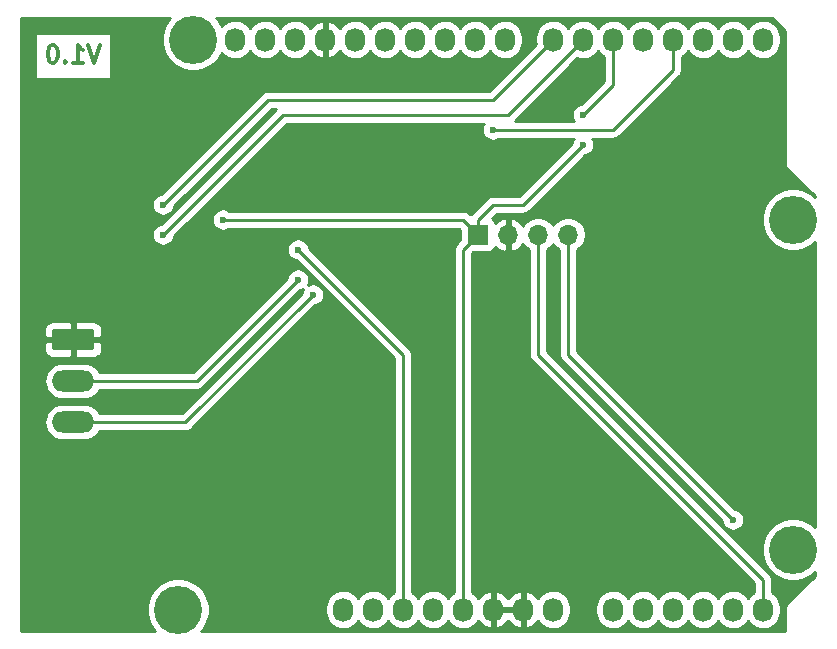
<source format=gbr>
%TF.GenerationSoftware,KiCad,Pcbnew,(5.1.10)-1*%
%TF.CreationDate,2021-10-27T21:18:10-05:00*%
%TF.ProjectId,KVLShield,4b564c53-6869-4656-9c64-2e6b69636164,1.0*%
%TF.SameCoordinates,Original*%
%TF.FileFunction,Copper,L2,Bot*%
%TF.FilePolarity,Positive*%
%FSLAX46Y46*%
G04 Gerber Fmt 4.6, Leading zero omitted, Abs format (unit mm)*
G04 Created by KiCad (PCBNEW (5.1.10)-1) date 2021-10-27 21:18:10*
%MOMM*%
%LPD*%
G01*
G04 APERTURE LIST*
%TA.AperFunction,NonConductor*%
%ADD10C,0.300000*%
%TD*%
%TA.AperFunction,ComponentPad*%
%ADD11O,3.600000X1.800000*%
%TD*%
%TA.AperFunction,ComponentPad*%
%ADD12O,1.700000X1.700000*%
%TD*%
%TA.AperFunction,ComponentPad*%
%ADD13R,1.700000X1.700000*%
%TD*%
%TA.AperFunction,ComponentPad*%
%ADD14O,1.727200X2.032000*%
%TD*%
%TA.AperFunction,ComponentPad*%
%ADD15C,4.064000*%
%TD*%
%TA.AperFunction,ViaPad*%
%ADD16C,0.600000*%
%TD*%
%TA.AperFunction,Conductor*%
%ADD17C,0.250000*%
%TD*%
%TA.AperFunction,Conductor*%
%ADD18C,0.254000*%
%TD*%
%TA.AperFunction,Conductor*%
%ADD19C,0.100000*%
%TD*%
G04 APERTURE END LIST*
D10*
X118363714Y-76013571D02*
X117863714Y-77513571D01*
X117363714Y-76013571D01*
X116078000Y-77513571D02*
X116935142Y-77513571D01*
X116506571Y-77513571D02*
X116506571Y-76013571D01*
X116649428Y-76227857D01*
X116792285Y-76370714D01*
X116935142Y-76442142D01*
X115435142Y-77370714D02*
X115363714Y-77442142D01*
X115435142Y-77513571D01*
X115506571Y-77442142D01*
X115435142Y-77370714D01*
X115435142Y-77513571D01*
X114435142Y-76013571D02*
X114292285Y-76013571D01*
X114149428Y-76085000D01*
X114078000Y-76156428D01*
X114006571Y-76299285D01*
X113935142Y-76585000D01*
X113935142Y-76942142D01*
X114006571Y-77227857D01*
X114078000Y-77370714D01*
X114149428Y-77442142D01*
X114292285Y-77513571D01*
X114435142Y-77513571D01*
X114578000Y-77442142D01*
X114649428Y-77370714D01*
X114720857Y-77227857D01*
X114792285Y-76942142D01*
X114792285Y-76585000D01*
X114720857Y-76299285D01*
X114649428Y-76156428D01*
X114578000Y-76085000D01*
X114435142Y-76013571D01*
D11*
%TO.P,J1,3*%
%TO.N,/KFD_SENSE*%
X116078000Y-107965000D03*
%TO.P,J1,2*%
%TO.N,/KFD_DATA*%
X116078000Y-104465000D03*
%TO.P,J1,1*%
%TO.N,GND*%
%TA.AperFunction,ComponentPad*%
G36*
G01*
X114528000Y-100065000D02*
X117628000Y-100065000D01*
G75*
G02*
X117878000Y-100315000I0J-250000D01*
G01*
X117878000Y-101615000D01*
G75*
G02*
X117628000Y-101865000I-250000J0D01*
G01*
X114528000Y-101865000D01*
G75*
G02*
X114278000Y-101615000I0J250000D01*
G01*
X114278000Y-100315000D01*
G75*
G02*
X114528000Y-100065000I250000J0D01*
G01*
G37*
%TD.AperFunction*%
%TD*%
D12*
%TO.P,J2,4*%
%TO.N,/A4(SDA)*%
X157988000Y-92075000D03*
%TO.P,J2,3*%
%TO.N,/A5(SCL)*%
X155448000Y-92075000D03*
%TO.P,J2,2*%
%TO.N,GND*%
X152908000Y-92075000D03*
D13*
%TO.P,J2,1*%
%TO.N,+5V*%
X150368000Y-92075000D03*
%TD*%
D14*
%TO.P,P1,8*%
%TO.N,/Vin*%
X156718000Y-123825000D03*
%TO.P,P1,7*%
%TO.N,GND*%
X154178000Y-123825000D03*
%TO.P,P1,6*%
X151638000Y-123825000D03*
%TO.P,P1,5*%
%TO.N,+5V*%
X149098000Y-123825000D03*
%TO.P,P1,4*%
%TO.N,+3V3*%
X146558000Y-123825000D03*
%TO.P,P1,3*%
%TO.N,/Reset*%
X144018000Y-123825000D03*
%TO.P,P1,2*%
%TO.N,/IOREF*%
X141478000Y-123825000D03*
%TO.P,P1,1*%
%TO.N,Net-(P1-Pad1)*%
X138938000Y-123825000D03*
%TD*%
%TO.P,P2,6*%
%TO.N,/A5(SCL)*%
X174498000Y-123825000D03*
%TO.P,P2,5*%
%TO.N,/A4(SDA)*%
X171958000Y-123825000D03*
%TO.P,P2,4*%
%TO.N,/A3*%
X169418000Y-123825000D03*
%TO.P,P2,3*%
%TO.N,/A2*%
X166878000Y-123825000D03*
%TO.P,P2,2*%
%TO.N,/A1*%
X164338000Y-123825000D03*
%TO.P,P2,1*%
%TO.N,/A0*%
X161798000Y-123825000D03*
%TD*%
%TO.P,P3,10*%
%TO.N,/8*%
X152654000Y-75565000D03*
%TO.P,P3,9*%
%TO.N,/9(\u002A\u002A)*%
X150114000Y-75565000D03*
%TO.P,P3,8*%
%TO.N,/10(\u002A\u002A/SS)*%
X147574000Y-75565000D03*
%TO.P,P3,7*%
%TO.N,/11(\u002A\u002A/MOSI)*%
X145034000Y-75565000D03*
%TO.P,P3,6*%
%TO.N,/12(MISO)*%
X142494000Y-75565000D03*
%TO.P,P3,5*%
%TO.N,/13(SCK)*%
X139954000Y-75565000D03*
%TO.P,P3,4*%
%TO.N,GND*%
X137414000Y-75565000D03*
%TO.P,P3,3*%
%TO.N,/AREF*%
X134874000Y-75565000D03*
%TO.P,P3,2*%
%TO.N,Net-(P3-Pad2)*%
X132334000Y-75565000D03*
%TO.P,P3,1*%
%TO.N,Net-(P3-Pad1)*%
X129794000Y-75565000D03*
%TD*%
%TO.P,P4,8*%
%TO.N,/0(Rx)*%
X174498000Y-75565000D03*
%TO.P,P4,7*%
%TO.N,/1(Tx)*%
X171958000Y-75565000D03*
%TO.P,P4,6*%
%TO.N,/2*%
X169418000Y-75565000D03*
%TO.P,P4,5*%
%TO.N,/3(\u002A\u002A)*%
X166878000Y-75565000D03*
%TO.P,P4,4*%
%TO.N,/4*%
X164338000Y-75565000D03*
%TO.P,P4,3*%
%TO.N,/5(\u002A\u002A)*%
X161798000Y-75565000D03*
%TO.P,P4,2*%
%TO.N,/6(\u002A\u002A)*%
X159258000Y-75565000D03*
%TO.P,P4,1*%
%TO.N,/7*%
X156718000Y-75565000D03*
%TD*%
D15*
%TO.P,P5,1*%
%TO.N,Net-(P5-Pad1)*%
X124968000Y-123825000D03*
%TD*%
%TO.P,P6,1*%
%TO.N,Net-(P6-Pad1)*%
X177038000Y-118745000D03*
%TD*%
%TO.P,P7,1*%
%TO.N,Net-(P7-Pad1)*%
X126238000Y-75565000D03*
%TD*%
%TO.P,P8,1*%
%TO.N,Net-(P8-Pad1)*%
X177038000Y-90805000D03*
%TD*%
D16*
%TO.N,/Reset*%
X135128000Y-93345000D03*
%TO.N,+5V*%
X128778000Y-90805000D03*
X159258000Y-84455000D03*
%TO.N,/A4(SDA)*%
X171958000Y-116205000D03*
X171958000Y-116205000D03*
%TO.N,/7*%
X123698000Y-89535000D03*
%TO.N,/6(\u002A\u002A)*%
X123698000Y-92075000D03*
%TO.N,GND*%
X155448000Y-85725000D03*
X168148000Y-78105000D03*
X160528000Y-78105000D03*
%TO.N,/5(\u002A\u002A)*%
X159258000Y-81915000D03*
%TO.N,/3(\u002A\u002A)*%
X151638000Y-83185000D03*
%TO.N,/KFD_DATA*%
X135128000Y-95885000D03*
%TO.N,/KFD_SENSE*%
X136398000Y-97155000D03*
%TD*%
D17*
%TO.N,/Reset*%
X144018000Y-102235000D02*
X144018000Y-123825000D01*
X135128000Y-93345000D02*
X144018000Y-102235000D01*
%TO.N,+5V*%
X149098000Y-93345000D02*
X150368000Y-92075000D01*
X149098000Y-123825000D02*
X149098000Y-93345000D01*
X149098000Y-90805000D02*
X150368000Y-92075000D01*
X128778000Y-90805000D02*
X149098000Y-90805000D01*
X150368000Y-90805000D02*
X150368000Y-92075000D01*
X151638000Y-89535000D02*
X150368000Y-90805000D01*
X154178000Y-89535000D02*
X151638000Y-89535000D01*
X154178000Y-89535000D02*
X157988000Y-85725000D01*
X157988000Y-85725000D02*
X159258000Y-84455000D01*
%TO.N,/A4(SDA)*%
X157988000Y-102235000D02*
X171958000Y-116205000D01*
X157988000Y-92075000D02*
X157988000Y-102235000D01*
%TO.N,/A5(SCL)*%
X155448000Y-102235000D02*
X155448000Y-92075000D01*
X174498000Y-121285000D02*
X155448000Y-102235000D01*
X174498000Y-123825000D02*
X174498000Y-121285000D01*
%TO.N,/7*%
X156718000Y-75565000D02*
X151638000Y-80645000D01*
X151638000Y-80645000D02*
X132588000Y-80645000D01*
X132588000Y-80645000D02*
X123698000Y-89535000D01*
%TO.N,/6(\u002A\u002A)*%
X159258000Y-75565000D02*
X152908000Y-81915000D01*
X152908000Y-81915000D02*
X133858000Y-81915000D01*
X133858000Y-81915000D02*
X123698000Y-92075000D01*
%TO.N,/5(\u002A\u002A)*%
X161798000Y-79375000D02*
X161798000Y-75565000D01*
X159258000Y-81915000D02*
X161798000Y-79375000D01*
%TO.N,/3(\u002A\u002A)*%
X166878000Y-75565000D02*
X166878000Y-78105000D01*
X166878000Y-78105000D02*
X161798000Y-83185000D01*
X161798000Y-83185000D02*
X151638000Y-83185000D01*
X151638000Y-83185000D02*
X151638000Y-83185000D01*
%TO.N,/KFD_DATA*%
X126548000Y-104465000D02*
X116078000Y-104465000D01*
X135128000Y-95885000D02*
X126548000Y-104465000D01*
%TO.N,/KFD_SENSE*%
X125588000Y-107965000D02*
X116078000Y-107965000D01*
X136398000Y-97155000D02*
X125588000Y-107965000D01*
%TD*%
D18*
%TO.N,GND*%
X124166406Y-73864887D02*
X123874536Y-74301702D01*
X123673492Y-74787065D01*
X123571000Y-75302323D01*
X123571000Y-75827677D01*
X123673492Y-76342935D01*
X123874536Y-76828298D01*
X124166406Y-77265113D01*
X124537887Y-77636594D01*
X124974702Y-77928464D01*
X125460065Y-78129508D01*
X125975323Y-78232000D01*
X126500677Y-78232000D01*
X127015935Y-78129508D01*
X127501298Y-77928464D01*
X127938113Y-77636594D01*
X128309594Y-77265113D01*
X128601464Y-76828298D01*
X128657001Y-76694219D01*
X128729203Y-76782197D01*
X128957395Y-76969469D01*
X129217737Y-77108625D01*
X129500224Y-77194316D01*
X129794000Y-77223251D01*
X130087777Y-77194316D01*
X130370264Y-77108625D01*
X130630606Y-76969469D01*
X130858797Y-76782197D01*
X131046069Y-76554006D01*
X131064000Y-76520459D01*
X131081931Y-76554006D01*
X131269203Y-76782197D01*
X131497395Y-76969469D01*
X131757737Y-77108625D01*
X132040224Y-77194316D01*
X132334000Y-77223251D01*
X132627777Y-77194316D01*
X132910264Y-77108625D01*
X133170606Y-76969469D01*
X133398797Y-76782197D01*
X133586069Y-76554006D01*
X133604000Y-76520459D01*
X133621931Y-76554006D01*
X133809203Y-76782197D01*
X134037395Y-76969469D01*
X134297737Y-77108625D01*
X134580224Y-77194316D01*
X134874000Y-77223251D01*
X135167777Y-77194316D01*
X135450264Y-77108625D01*
X135710606Y-76969469D01*
X135938797Y-76782197D01*
X136126069Y-76554006D01*
X136147424Y-76514053D01*
X136295514Y-76716729D01*
X136511965Y-76915733D01*
X136763081Y-77068686D01*
X137039211Y-77169709D01*
X137054974Y-77172358D01*
X137287000Y-77051217D01*
X137287000Y-75692000D01*
X137267000Y-75692000D01*
X137267000Y-75438000D01*
X137287000Y-75438000D01*
X137287000Y-74078783D01*
X137541000Y-74078783D01*
X137541000Y-75438000D01*
X137561000Y-75438000D01*
X137561000Y-75692000D01*
X137541000Y-75692000D01*
X137541000Y-77051217D01*
X137773026Y-77172358D01*
X137788789Y-77169709D01*
X138064919Y-77068686D01*
X138316035Y-76915733D01*
X138532486Y-76716729D01*
X138680576Y-76514053D01*
X138701931Y-76554006D01*
X138889203Y-76782197D01*
X139117395Y-76969469D01*
X139377737Y-77108625D01*
X139660224Y-77194316D01*
X139954000Y-77223251D01*
X140247777Y-77194316D01*
X140530264Y-77108625D01*
X140790606Y-76969469D01*
X141018797Y-76782197D01*
X141206069Y-76554006D01*
X141224000Y-76520459D01*
X141241931Y-76554006D01*
X141429203Y-76782197D01*
X141657395Y-76969469D01*
X141917737Y-77108625D01*
X142200224Y-77194316D01*
X142494000Y-77223251D01*
X142787777Y-77194316D01*
X143070264Y-77108625D01*
X143330606Y-76969469D01*
X143558797Y-76782197D01*
X143746069Y-76554006D01*
X143764000Y-76520459D01*
X143781931Y-76554006D01*
X143969203Y-76782197D01*
X144197395Y-76969469D01*
X144457737Y-77108625D01*
X144740224Y-77194316D01*
X145034000Y-77223251D01*
X145327777Y-77194316D01*
X145610264Y-77108625D01*
X145870606Y-76969469D01*
X146098797Y-76782197D01*
X146286069Y-76554006D01*
X146304000Y-76520459D01*
X146321931Y-76554006D01*
X146509203Y-76782197D01*
X146737395Y-76969469D01*
X146997737Y-77108625D01*
X147280224Y-77194316D01*
X147574000Y-77223251D01*
X147867777Y-77194316D01*
X148150264Y-77108625D01*
X148410606Y-76969469D01*
X148638797Y-76782197D01*
X148826069Y-76554006D01*
X148844000Y-76520459D01*
X148861931Y-76554006D01*
X149049203Y-76782197D01*
X149277395Y-76969469D01*
X149537737Y-77108625D01*
X149820224Y-77194316D01*
X150114000Y-77223251D01*
X150407777Y-77194316D01*
X150690264Y-77108625D01*
X150950606Y-76969469D01*
X151178797Y-76782197D01*
X151366069Y-76554006D01*
X151384000Y-76520459D01*
X151401931Y-76554006D01*
X151589203Y-76782197D01*
X151817395Y-76969469D01*
X152077737Y-77108625D01*
X152360224Y-77194316D01*
X152654000Y-77223251D01*
X152947777Y-77194316D01*
X153230264Y-77108625D01*
X153490606Y-76969469D01*
X153718797Y-76782197D01*
X153906069Y-76554006D01*
X154045225Y-76293663D01*
X154130916Y-76011176D01*
X154152600Y-75791018D01*
X154152600Y-75338981D01*
X154130916Y-75118823D01*
X154045225Y-74836336D01*
X153906069Y-74575994D01*
X153718797Y-74347803D01*
X153490605Y-74160531D01*
X153230263Y-74021375D01*
X152947776Y-73935684D01*
X152654000Y-73906749D01*
X152360223Y-73935684D01*
X152077736Y-74021375D01*
X151817394Y-74160531D01*
X151589203Y-74347803D01*
X151401931Y-74575995D01*
X151384000Y-74609541D01*
X151366069Y-74575994D01*
X151178797Y-74347803D01*
X150950605Y-74160531D01*
X150690263Y-74021375D01*
X150407776Y-73935684D01*
X150114000Y-73906749D01*
X149820223Y-73935684D01*
X149537736Y-74021375D01*
X149277394Y-74160531D01*
X149049203Y-74347803D01*
X148861931Y-74575995D01*
X148844000Y-74609541D01*
X148826069Y-74575994D01*
X148638797Y-74347803D01*
X148410605Y-74160531D01*
X148150263Y-74021375D01*
X147867776Y-73935684D01*
X147574000Y-73906749D01*
X147280223Y-73935684D01*
X146997736Y-74021375D01*
X146737394Y-74160531D01*
X146509203Y-74347803D01*
X146321931Y-74575995D01*
X146304000Y-74609541D01*
X146286069Y-74575994D01*
X146098797Y-74347803D01*
X145870605Y-74160531D01*
X145610263Y-74021375D01*
X145327776Y-73935684D01*
X145034000Y-73906749D01*
X144740223Y-73935684D01*
X144457736Y-74021375D01*
X144197394Y-74160531D01*
X143969203Y-74347803D01*
X143781931Y-74575995D01*
X143764000Y-74609541D01*
X143746069Y-74575994D01*
X143558797Y-74347803D01*
X143330605Y-74160531D01*
X143070263Y-74021375D01*
X142787776Y-73935684D01*
X142494000Y-73906749D01*
X142200223Y-73935684D01*
X141917736Y-74021375D01*
X141657394Y-74160531D01*
X141429203Y-74347803D01*
X141241931Y-74575995D01*
X141224000Y-74609541D01*
X141206069Y-74575994D01*
X141018797Y-74347803D01*
X140790605Y-74160531D01*
X140530263Y-74021375D01*
X140247776Y-73935684D01*
X139954000Y-73906749D01*
X139660223Y-73935684D01*
X139377736Y-74021375D01*
X139117394Y-74160531D01*
X138889203Y-74347803D01*
X138701931Y-74575995D01*
X138680576Y-74615947D01*
X138532486Y-74413271D01*
X138316035Y-74214267D01*
X138064919Y-74061314D01*
X137788789Y-73960291D01*
X137773026Y-73957642D01*
X137541000Y-74078783D01*
X137287000Y-74078783D01*
X137054974Y-73957642D01*
X137039211Y-73960291D01*
X136763081Y-74061314D01*
X136511965Y-74214267D01*
X136295514Y-74413271D01*
X136147424Y-74615947D01*
X136126069Y-74575994D01*
X135938797Y-74347803D01*
X135710605Y-74160531D01*
X135450263Y-74021375D01*
X135167776Y-73935684D01*
X134874000Y-73906749D01*
X134580223Y-73935684D01*
X134297736Y-74021375D01*
X134037394Y-74160531D01*
X133809203Y-74347803D01*
X133621931Y-74575995D01*
X133604000Y-74609541D01*
X133586069Y-74575994D01*
X133398797Y-74347803D01*
X133170605Y-74160531D01*
X132910263Y-74021375D01*
X132627776Y-73935684D01*
X132334000Y-73906749D01*
X132040223Y-73935684D01*
X131757736Y-74021375D01*
X131497394Y-74160531D01*
X131269203Y-74347803D01*
X131081931Y-74575995D01*
X131064000Y-74609541D01*
X131046069Y-74575994D01*
X130858797Y-74347803D01*
X130630605Y-74160531D01*
X130370263Y-74021375D01*
X130087776Y-73935684D01*
X129794000Y-73906749D01*
X129500223Y-73935684D01*
X129217736Y-74021375D01*
X128957394Y-74160531D01*
X128729203Y-74347803D01*
X128657001Y-74435781D01*
X128601464Y-74301702D01*
X128309594Y-73864887D01*
X128179707Y-73735000D01*
X175219909Y-73735000D01*
X176328001Y-74843093D01*
X176328000Y-85944125D01*
X176324565Y-85979000D01*
X176328000Y-86013875D01*
X176328000Y-86013876D01*
X176338273Y-86118183D01*
X176378872Y-86252019D01*
X176444800Y-86375362D01*
X176533525Y-86483474D01*
X176560617Y-86505708D01*
X178868001Y-88813093D01*
X178868001Y-88863294D01*
X178738113Y-88733406D01*
X178301298Y-88441536D01*
X177815935Y-88240492D01*
X177300677Y-88138000D01*
X176775323Y-88138000D01*
X176260065Y-88240492D01*
X175774702Y-88441536D01*
X175337887Y-88733406D01*
X174966406Y-89104887D01*
X174674536Y-89541702D01*
X174473492Y-90027065D01*
X174371000Y-90542323D01*
X174371000Y-91067677D01*
X174473492Y-91582935D01*
X174674536Y-92068298D01*
X174966406Y-92505113D01*
X175337887Y-92876594D01*
X175774702Y-93168464D01*
X176260065Y-93369508D01*
X176775323Y-93472000D01*
X177300677Y-93472000D01*
X177815935Y-93369508D01*
X178301298Y-93168464D01*
X178738113Y-92876594D01*
X178868001Y-92746706D01*
X178868000Y-116803293D01*
X178738113Y-116673406D01*
X178301298Y-116381536D01*
X177815935Y-116180492D01*
X177300677Y-116078000D01*
X176775323Y-116078000D01*
X176260065Y-116180492D01*
X175774702Y-116381536D01*
X175337887Y-116673406D01*
X174966406Y-117044887D01*
X174674536Y-117481702D01*
X174473492Y-117967065D01*
X174371000Y-118482323D01*
X174371000Y-119007677D01*
X174473492Y-119522935D01*
X174674536Y-120008298D01*
X174966406Y-120445113D01*
X175337887Y-120816594D01*
X175774702Y-121108464D01*
X176260065Y-121309508D01*
X176775323Y-121412000D01*
X177300677Y-121412000D01*
X177815935Y-121309508D01*
X178301298Y-121108464D01*
X178738113Y-120816594D01*
X178868000Y-120686707D01*
X178868000Y-120990908D01*
X176560617Y-123298292D01*
X176533526Y-123320525D01*
X176511293Y-123347616D01*
X176444801Y-123428637D01*
X176378872Y-123551981D01*
X176338274Y-123685816D01*
X176324565Y-123825000D01*
X176328001Y-123859885D01*
X176328000Y-125655000D01*
X126909707Y-125655000D01*
X127039594Y-125525113D01*
X127331464Y-125088298D01*
X127532508Y-124602935D01*
X127635000Y-124087677D01*
X127635000Y-123562323D01*
X127532508Y-123047065D01*
X127331464Y-122561702D01*
X127039594Y-122124887D01*
X126668113Y-121753406D01*
X126231298Y-121461536D01*
X125745935Y-121260492D01*
X125230677Y-121158000D01*
X124705323Y-121158000D01*
X124190065Y-121260492D01*
X123704702Y-121461536D01*
X123267887Y-121753406D01*
X122896406Y-122124887D01*
X122604536Y-122561702D01*
X122403492Y-123047065D01*
X122301000Y-123562323D01*
X122301000Y-124087677D01*
X122403492Y-124602935D01*
X122604536Y-125088298D01*
X122896406Y-125525113D01*
X123026293Y-125655000D01*
X111708000Y-125655000D01*
X111708000Y-104465000D01*
X113635573Y-104465000D01*
X113665210Y-104765913D01*
X113752983Y-105055261D01*
X113895519Y-105321927D01*
X114087339Y-105555661D01*
X114321073Y-105747481D01*
X114587739Y-105890017D01*
X114877087Y-105977790D01*
X115102592Y-106000000D01*
X117053408Y-106000000D01*
X117278913Y-105977790D01*
X117568261Y-105890017D01*
X117834927Y-105747481D01*
X118068661Y-105555661D01*
X118260481Y-105321927D01*
X118312290Y-105225000D01*
X126510678Y-105225000D01*
X126548000Y-105228676D01*
X126585322Y-105225000D01*
X126585333Y-105225000D01*
X126696986Y-105214003D01*
X126840247Y-105170546D01*
X126972276Y-105099974D01*
X127088001Y-105005001D01*
X127111804Y-104975997D01*
X135279649Y-96808153D01*
X135400729Y-96784068D01*
X135568371Y-96714629D01*
X135498932Y-96882271D01*
X135474847Y-97003351D01*
X125273199Y-107205000D01*
X118312290Y-107205000D01*
X118260481Y-107108073D01*
X118068661Y-106874339D01*
X117834927Y-106682519D01*
X117568261Y-106539983D01*
X117278913Y-106452210D01*
X117053408Y-106430000D01*
X115102592Y-106430000D01*
X114877087Y-106452210D01*
X114587739Y-106539983D01*
X114321073Y-106682519D01*
X114087339Y-106874339D01*
X113895519Y-107108073D01*
X113752983Y-107374739D01*
X113665210Y-107664087D01*
X113635573Y-107965000D01*
X113665210Y-108265913D01*
X113752983Y-108555261D01*
X113895519Y-108821927D01*
X114087339Y-109055661D01*
X114321073Y-109247481D01*
X114587739Y-109390017D01*
X114877087Y-109477790D01*
X115102592Y-109500000D01*
X117053408Y-109500000D01*
X117278913Y-109477790D01*
X117568261Y-109390017D01*
X117834927Y-109247481D01*
X118068661Y-109055661D01*
X118260481Y-108821927D01*
X118312290Y-108725000D01*
X125550678Y-108725000D01*
X125588000Y-108728676D01*
X125625322Y-108725000D01*
X125625333Y-108725000D01*
X125736986Y-108714003D01*
X125880247Y-108670546D01*
X126012276Y-108599974D01*
X126128001Y-108505001D01*
X126151804Y-108475997D01*
X136549649Y-98078153D01*
X136670729Y-98054068D01*
X136840889Y-97983586D01*
X136994028Y-97881262D01*
X137124262Y-97751028D01*
X137226586Y-97597889D01*
X137297068Y-97427729D01*
X137333000Y-97247089D01*
X137333000Y-97062911D01*
X137297068Y-96882271D01*
X137226586Y-96712111D01*
X137124262Y-96558972D01*
X136994028Y-96428738D01*
X136840889Y-96326414D01*
X136670729Y-96255932D01*
X136490089Y-96220000D01*
X136305911Y-96220000D01*
X136125271Y-96255932D01*
X135957629Y-96325371D01*
X136027068Y-96157729D01*
X136063000Y-95977089D01*
X136063000Y-95792911D01*
X136027068Y-95612271D01*
X135956586Y-95442111D01*
X135854262Y-95288972D01*
X135724028Y-95158738D01*
X135570889Y-95056414D01*
X135400729Y-94985932D01*
X135220089Y-94950000D01*
X135035911Y-94950000D01*
X134855271Y-94985932D01*
X134685111Y-95056414D01*
X134531972Y-95158738D01*
X134401738Y-95288972D01*
X134299414Y-95442111D01*
X134228932Y-95612271D01*
X134204847Y-95733351D01*
X126233199Y-103705000D01*
X118312290Y-103705000D01*
X118260481Y-103608073D01*
X118068661Y-103374339D01*
X117834927Y-103182519D01*
X117568261Y-103039983D01*
X117278913Y-102952210D01*
X117053408Y-102930000D01*
X115102592Y-102930000D01*
X114877087Y-102952210D01*
X114587739Y-103039983D01*
X114321073Y-103182519D01*
X114087339Y-103374339D01*
X113895519Y-103608073D01*
X113752983Y-103874739D01*
X113665210Y-104164087D01*
X113635573Y-104465000D01*
X111708000Y-104465000D01*
X111708000Y-101865000D01*
X113639928Y-101865000D01*
X113652188Y-101989482D01*
X113688498Y-102109180D01*
X113747463Y-102219494D01*
X113826815Y-102316185D01*
X113923506Y-102395537D01*
X114033820Y-102454502D01*
X114153518Y-102490812D01*
X114278000Y-102503072D01*
X115792250Y-102500000D01*
X115951000Y-102341250D01*
X115951000Y-101092000D01*
X116205000Y-101092000D01*
X116205000Y-102341250D01*
X116363750Y-102500000D01*
X117878000Y-102503072D01*
X118002482Y-102490812D01*
X118122180Y-102454502D01*
X118232494Y-102395537D01*
X118329185Y-102316185D01*
X118408537Y-102219494D01*
X118467502Y-102109180D01*
X118503812Y-101989482D01*
X118516072Y-101865000D01*
X118513000Y-101250750D01*
X118354250Y-101092000D01*
X116205000Y-101092000D01*
X115951000Y-101092000D01*
X113801750Y-101092000D01*
X113643000Y-101250750D01*
X113639928Y-101865000D01*
X111708000Y-101865000D01*
X111708000Y-100065000D01*
X113639928Y-100065000D01*
X113643000Y-100679250D01*
X113801750Y-100838000D01*
X115951000Y-100838000D01*
X115951000Y-99588750D01*
X116205000Y-99588750D01*
X116205000Y-100838000D01*
X118354250Y-100838000D01*
X118513000Y-100679250D01*
X118516072Y-100065000D01*
X118503812Y-99940518D01*
X118467502Y-99820820D01*
X118408537Y-99710506D01*
X118329185Y-99613815D01*
X118232494Y-99534463D01*
X118122180Y-99475498D01*
X118002482Y-99439188D01*
X117878000Y-99426928D01*
X116363750Y-99430000D01*
X116205000Y-99588750D01*
X115951000Y-99588750D01*
X115792250Y-99430000D01*
X114278000Y-99426928D01*
X114153518Y-99439188D01*
X114033820Y-99475498D01*
X113923506Y-99534463D01*
X113826815Y-99613815D01*
X113747463Y-99710506D01*
X113688498Y-99820820D01*
X113652188Y-99940518D01*
X113639928Y-100065000D01*
X111708000Y-100065000D01*
X111708000Y-89442911D01*
X122763000Y-89442911D01*
X122763000Y-89627089D01*
X122798932Y-89807729D01*
X122869414Y-89977889D01*
X122971738Y-90131028D01*
X123101972Y-90261262D01*
X123255111Y-90363586D01*
X123425271Y-90434068D01*
X123605911Y-90470000D01*
X123790089Y-90470000D01*
X123970729Y-90434068D01*
X124140889Y-90363586D01*
X124294028Y-90261262D01*
X124424262Y-90131028D01*
X124526586Y-89977889D01*
X124597068Y-89807729D01*
X124621153Y-89686648D01*
X132902802Y-81405000D01*
X133293198Y-81405000D01*
X123546352Y-91151847D01*
X123425271Y-91175932D01*
X123255111Y-91246414D01*
X123101972Y-91348738D01*
X122971738Y-91478972D01*
X122869414Y-91632111D01*
X122798932Y-91802271D01*
X122763000Y-91982911D01*
X122763000Y-92167089D01*
X122798932Y-92347729D01*
X122869414Y-92517889D01*
X122971738Y-92671028D01*
X123101972Y-92801262D01*
X123255111Y-92903586D01*
X123425271Y-92974068D01*
X123605911Y-93010000D01*
X123790089Y-93010000D01*
X123970729Y-92974068D01*
X124140889Y-92903586D01*
X124294028Y-92801262D01*
X124424262Y-92671028D01*
X124526586Y-92517889D01*
X124597068Y-92347729D01*
X124621153Y-92226648D01*
X134172802Y-82675000D01*
X150854256Y-82675000D01*
X150809414Y-82742111D01*
X150738932Y-82912271D01*
X150703000Y-83092911D01*
X150703000Y-83277089D01*
X150738932Y-83457729D01*
X150809414Y-83627889D01*
X150911738Y-83781028D01*
X151041972Y-83911262D01*
X151195111Y-84013586D01*
X151365271Y-84084068D01*
X151545911Y-84120000D01*
X151730089Y-84120000D01*
X151910729Y-84084068D01*
X152080889Y-84013586D01*
X152183535Y-83945000D01*
X158474256Y-83945000D01*
X158429414Y-84012111D01*
X158358932Y-84182271D01*
X158334847Y-84303351D01*
X157477002Y-85161197D01*
X157476997Y-85161201D01*
X153863199Y-88775000D01*
X151675322Y-88775000D01*
X151637999Y-88771324D01*
X151600676Y-88775000D01*
X151600667Y-88775000D01*
X151489014Y-88785997D01*
X151345753Y-88829454D01*
X151213724Y-88900026D01*
X151097999Y-88994999D01*
X151074201Y-89023997D01*
X149857003Y-90241196D01*
X149827999Y-90264999D01*
X149772871Y-90332174D01*
X149740012Y-90372211D01*
X149661804Y-90294003D01*
X149638001Y-90264999D01*
X149522276Y-90170026D01*
X149390247Y-90099454D01*
X149246986Y-90055997D01*
X149135333Y-90045000D01*
X149135322Y-90045000D01*
X149098000Y-90041324D01*
X149060678Y-90045000D01*
X129323535Y-90045000D01*
X129220889Y-89976414D01*
X129050729Y-89905932D01*
X128870089Y-89870000D01*
X128685911Y-89870000D01*
X128505271Y-89905932D01*
X128335111Y-89976414D01*
X128181972Y-90078738D01*
X128051738Y-90208972D01*
X127949414Y-90362111D01*
X127878932Y-90532271D01*
X127843000Y-90712911D01*
X127843000Y-90897089D01*
X127878932Y-91077729D01*
X127949414Y-91247889D01*
X128051738Y-91401028D01*
X128181972Y-91531262D01*
X128335111Y-91633586D01*
X128505271Y-91704068D01*
X128685911Y-91740000D01*
X128870089Y-91740000D01*
X129050729Y-91704068D01*
X129220889Y-91633586D01*
X129323535Y-91565000D01*
X148783199Y-91565000D01*
X148879928Y-91661729D01*
X148879928Y-92488271D01*
X148586998Y-92781201D01*
X148558000Y-92804999D01*
X148534202Y-92833997D01*
X148534201Y-92833998D01*
X148463026Y-92920724D01*
X148392454Y-93052754D01*
X148348998Y-93196015D01*
X148334324Y-93345000D01*
X148338001Y-93382333D01*
X148338000Y-122379584D01*
X148261394Y-122420531D01*
X148033203Y-122607803D01*
X147845931Y-122835995D01*
X147828000Y-122869541D01*
X147810069Y-122835994D01*
X147622797Y-122607803D01*
X147394605Y-122420531D01*
X147134263Y-122281375D01*
X146851776Y-122195684D01*
X146558000Y-122166749D01*
X146264223Y-122195684D01*
X145981736Y-122281375D01*
X145721394Y-122420531D01*
X145493203Y-122607803D01*
X145305931Y-122835995D01*
X145288000Y-122869541D01*
X145270069Y-122835994D01*
X145082797Y-122607803D01*
X144854605Y-122420531D01*
X144778000Y-122379585D01*
X144778000Y-102272332D01*
X144781677Y-102235000D01*
X144767003Y-102086014D01*
X144723546Y-101942753D01*
X144652974Y-101810724D01*
X144581799Y-101723997D01*
X144558001Y-101694999D01*
X144529003Y-101671201D01*
X136051153Y-93193352D01*
X136027068Y-93072271D01*
X135956586Y-92902111D01*
X135854262Y-92748972D01*
X135724028Y-92618738D01*
X135570889Y-92516414D01*
X135400729Y-92445932D01*
X135220089Y-92410000D01*
X135035911Y-92410000D01*
X134855271Y-92445932D01*
X134685111Y-92516414D01*
X134531972Y-92618738D01*
X134401738Y-92748972D01*
X134299414Y-92902111D01*
X134228932Y-93072271D01*
X134193000Y-93252911D01*
X134193000Y-93437089D01*
X134228932Y-93617729D01*
X134299414Y-93787889D01*
X134401738Y-93941028D01*
X134531972Y-94071262D01*
X134685111Y-94173586D01*
X134855271Y-94244068D01*
X134976352Y-94268153D01*
X143258000Y-102549802D01*
X143258001Y-122379584D01*
X143181394Y-122420531D01*
X142953203Y-122607803D01*
X142765931Y-122835995D01*
X142748000Y-122869541D01*
X142730069Y-122835994D01*
X142542797Y-122607803D01*
X142314605Y-122420531D01*
X142054263Y-122281375D01*
X141771776Y-122195684D01*
X141478000Y-122166749D01*
X141184223Y-122195684D01*
X140901736Y-122281375D01*
X140641394Y-122420531D01*
X140413203Y-122607803D01*
X140225931Y-122835995D01*
X140208000Y-122869541D01*
X140190069Y-122835994D01*
X140002797Y-122607803D01*
X139774605Y-122420531D01*
X139514263Y-122281375D01*
X139231776Y-122195684D01*
X138938000Y-122166749D01*
X138644223Y-122195684D01*
X138361736Y-122281375D01*
X138101394Y-122420531D01*
X137873203Y-122607803D01*
X137685931Y-122835995D01*
X137546775Y-123096337D01*
X137461084Y-123378824D01*
X137439400Y-123598982D01*
X137439400Y-124051019D01*
X137461084Y-124271177D01*
X137546775Y-124553664D01*
X137685931Y-124814006D01*
X137873203Y-125042197D01*
X138101395Y-125229469D01*
X138361737Y-125368625D01*
X138644224Y-125454316D01*
X138938000Y-125483251D01*
X139231777Y-125454316D01*
X139514264Y-125368625D01*
X139774606Y-125229469D01*
X140002797Y-125042197D01*
X140190069Y-124814006D01*
X140208000Y-124780459D01*
X140225931Y-124814006D01*
X140413203Y-125042197D01*
X140641395Y-125229469D01*
X140901737Y-125368625D01*
X141184224Y-125454316D01*
X141478000Y-125483251D01*
X141771777Y-125454316D01*
X142054264Y-125368625D01*
X142314606Y-125229469D01*
X142542797Y-125042197D01*
X142730069Y-124814006D01*
X142748000Y-124780459D01*
X142765931Y-124814006D01*
X142953203Y-125042197D01*
X143181395Y-125229469D01*
X143441737Y-125368625D01*
X143724224Y-125454316D01*
X144018000Y-125483251D01*
X144311777Y-125454316D01*
X144594264Y-125368625D01*
X144854606Y-125229469D01*
X145082797Y-125042197D01*
X145270069Y-124814006D01*
X145288000Y-124780459D01*
X145305931Y-124814006D01*
X145493203Y-125042197D01*
X145721395Y-125229469D01*
X145981737Y-125368625D01*
X146264224Y-125454316D01*
X146558000Y-125483251D01*
X146851777Y-125454316D01*
X147134264Y-125368625D01*
X147394606Y-125229469D01*
X147622797Y-125042197D01*
X147810069Y-124814006D01*
X147828000Y-124780459D01*
X147845931Y-124814006D01*
X148033203Y-125042197D01*
X148261395Y-125229469D01*
X148521737Y-125368625D01*
X148804224Y-125454316D01*
X149098000Y-125483251D01*
X149391777Y-125454316D01*
X149674264Y-125368625D01*
X149934606Y-125229469D01*
X150162797Y-125042197D01*
X150350069Y-124814006D01*
X150371424Y-124774053D01*
X150519514Y-124976729D01*
X150735965Y-125175733D01*
X150987081Y-125328686D01*
X151263211Y-125429709D01*
X151278974Y-125432358D01*
X151511000Y-125311217D01*
X151511000Y-123952000D01*
X151765000Y-123952000D01*
X151765000Y-125311217D01*
X151997026Y-125432358D01*
X152012789Y-125429709D01*
X152288919Y-125328686D01*
X152540035Y-125175733D01*
X152756486Y-124976729D01*
X152908000Y-124769367D01*
X153059514Y-124976729D01*
X153275965Y-125175733D01*
X153527081Y-125328686D01*
X153803211Y-125429709D01*
X153818974Y-125432358D01*
X154051000Y-125311217D01*
X154051000Y-123952000D01*
X151765000Y-123952000D01*
X151511000Y-123952000D01*
X151491000Y-123952000D01*
X151491000Y-123698000D01*
X151511000Y-123698000D01*
X151511000Y-122338783D01*
X151765000Y-122338783D01*
X151765000Y-123698000D01*
X154051000Y-123698000D01*
X154051000Y-122338783D01*
X154305000Y-122338783D01*
X154305000Y-123698000D01*
X154325000Y-123698000D01*
X154325000Y-123952000D01*
X154305000Y-123952000D01*
X154305000Y-125311217D01*
X154537026Y-125432358D01*
X154552789Y-125429709D01*
X154828919Y-125328686D01*
X155080035Y-125175733D01*
X155296486Y-124976729D01*
X155444576Y-124774053D01*
X155465931Y-124814006D01*
X155653203Y-125042197D01*
X155881395Y-125229469D01*
X156141737Y-125368625D01*
X156424224Y-125454316D01*
X156718000Y-125483251D01*
X157011777Y-125454316D01*
X157294264Y-125368625D01*
X157554606Y-125229469D01*
X157782797Y-125042197D01*
X157970069Y-124814006D01*
X158109225Y-124553663D01*
X158194916Y-124271176D01*
X158216600Y-124051018D01*
X158216600Y-123598981D01*
X158194916Y-123378823D01*
X158109225Y-123096336D01*
X157970069Y-122835994D01*
X157782797Y-122607803D01*
X157554605Y-122420531D01*
X157294263Y-122281375D01*
X157011776Y-122195684D01*
X156718000Y-122166749D01*
X156424223Y-122195684D01*
X156141736Y-122281375D01*
X155881394Y-122420531D01*
X155653203Y-122607803D01*
X155465931Y-122835995D01*
X155444576Y-122875947D01*
X155296486Y-122673271D01*
X155080035Y-122474267D01*
X154828919Y-122321314D01*
X154552789Y-122220291D01*
X154537026Y-122217642D01*
X154305000Y-122338783D01*
X154051000Y-122338783D01*
X153818974Y-122217642D01*
X153803211Y-122220291D01*
X153527081Y-122321314D01*
X153275965Y-122474267D01*
X153059514Y-122673271D01*
X152908000Y-122880633D01*
X152756486Y-122673271D01*
X152540035Y-122474267D01*
X152288919Y-122321314D01*
X152012789Y-122220291D01*
X151997026Y-122217642D01*
X151765000Y-122338783D01*
X151511000Y-122338783D01*
X151278974Y-122217642D01*
X151263211Y-122220291D01*
X150987081Y-122321314D01*
X150735965Y-122474267D01*
X150519514Y-122673271D01*
X150371424Y-122875947D01*
X150350069Y-122835994D01*
X150162797Y-122607803D01*
X149934605Y-122420531D01*
X149858000Y-122379585D01*
X149858000Y-93659801D01*
X149954729Y-93563072D01*
X151218000Y-93563072D01*
X151342482Y-93550812D01*
X151462180Y-93514502D01*
X151572494Y-93455537D01*
X151669185Y-93376185D01*
X151748537Y-93279494D01*
X151807502Y-93169180D01*
X151831966Y-93088534D01*
X151907731Y-93172588D01*
X152141080Y-93346641D01*
X152403901Y-93471825D01*
X152551110Y-93516476D01*
X152781000Y-93395155D01*
X152781000Y-92202000D01*
X152761000Y-92202000D01*
X152761000Y-91948000D01*
X152781000Y-91948000D01*
X152781000Y-90754845D01*
X153035000Y-90754845D01*
X153035000Y-91948000D01*
X153055000Y-91948000D01*
X153055000Y-92202000D01*
X153035000Y-92202000D01*
X153035000Y-93395155D01*
X153264890Y-93516476D01*
X153412099Y-93471825D01*
X153674920Y-93346641D01*
X153908269Y-93172588D01*
X154103178Y-92956355D01*
X154172805Y-92839466D01*
X154294525Y-93021632D01*
X154501368Y-93228475D01*
X154688001Y-93353179D01*
X154688000Y-102197678D01*
X154684324Y-102235000D01*
X154688000Y-102272322D01*
X154688000Y-102272332D01*
X154698997Y-102383985D01*
X154720388Y-102454502D01*
X154742454Y-102527246D01*
X154813026Y-102659276D01*
X154852871Y-102707826D01*
X154907999Y-102775001D01*
X154937003Y-102798804D01*
X173738001Y-121599803D01*
X173738001Y-122379584D01*
X173661394Y-122420531D01*
X173433203Y-122607803D01*
X173245931Y-122835995D01*
X173228000Y-122869541D01*
X173210069Y-122835994D01*
X173022797Y-122607803D01*
X172794605Y-122420531D01*
X172534263Y-122281375D01*
X172251776Y-122195684D01*
X171958000Y-122166749D01*
X171664223Y-122195684D01*
X171381736Y-122281375D01*
X171121394Y-122420531D01*
X170893203Y-122607803D01*
X170705931Y-122835995D01*
X170688000Y-122869541D01*
X170670069Y-122835994D01*
X170482797Y-122607803D01*
X170254605Y-122420531D01*
X169994263Y-122281375D01*
X169711776Y-122195684D01*
X169418000Y-122166749D01*
X169124223Y-122195684D01*
X168841736Y-122281375D01*
X168581394Y-122420531D01*
X168353203Y-122607803D01*
X168165931Y-122835995D01*
X168148000Y-122869541D01*
X168130069Y-122835994D01*
X167942797Y-122607803D01*
X167714605Y-122420531D01*
X167454263Y-122281375D01*
X167171776Y-122195684D01*
X166878000Y-122166749D01*
X166584223Y-122195684D01*
X166301736Y-122281375D01*
X166041394Y-122420531D01*
X165813203Y-122607803D01*
X165625931Y-122835995D01*
X165608000Y-122869541D01*
X165590069Y-122835994D01*
X165402797Y-122607803D01*
X165174605Y-122420531D01*
X164914263Y-122281375D01*
X164631776Y-122195684D01*
X164338000Y-122166749D01*
X164044223Y-122195684D01*
X163761736Y-122281375D01*
X163501394Y-122420531D01*
X163273203Y-122607803D01*
X163085931Y-122835995D01*
X163068000Y-122869541D01*
X163050069Y-122835994D01*
X162862797Y-122607803D01*
X162634605Y-122420531D01*
X162374263Y-122281375D01*
X162091776Y-122195684D01*
X161798000Y-122166749D01*
X161504223Y-122195684D01*
X161221736Y-122281375D01*
X160961394Y-122420531D01*
X160733203Y-122607803D01*
X160545931Y-122835995D01*
X160406775Y-123096337D01*
X160321084Y-123378824D01*
X160299400Y-123598982D01*
X160299400Y-124051019D01*
X160321084Y-124271177D01*
X160406775Y-124553664D01*
X160545931Y-124814006D01*
X160733203Y-125042197D01*
X160961395Y-125229469D01*
X161221737Y-125368625D01*
X161504224Y-125454316D01*
X161798000Y-125483251D01*
X162091777Y-125454316D01*
X162374264Y-125368625D01*
X162634606Y-125229469D01*
X162862797Y-125042197D01*
X163050069Y-124814006D01*
X163068000Y-124780459D01*
X163085931Y-124814006D01*
X163273203Y-125042197D01*
X163501395Y-125229469D01*
X163761737Y-125368625D01*
X164044224Y-125454316D01*
X164338000Y-125483251D01*
X164631777Y-125454316D01*
X164914264Y-125368625D01*
X165174606Y-125229469D01*
X165402797Y-125042197D01*
X165590069Y-124814006D01*
X165608000Y-124780459D01*
X165625931Y-124814006D01*
X165813203Y-125042197D01*
X166041395Y-125229469D01*
X166301737Y-125368625D01*
X166584224Y-125454316D01*
X166878000Y-125483251D01*
X167171777Y-125454316D01*
X167454264Y-125368625D01*
X167714606Y-125229469D01*
X167942797Y-125042197D01*
X168130069Y-124814006D01*
X168148000Y-124780459D01*
X168165931Y-124814006D01*
X168353203Y-125042197D01*
X168581395Y-125229469D01*
X168841737Y-125368625D01*
X169124224Y-125454316D01*
X169418000Y-125483251D01*
X169711777Y-125454316D01*
X169994264Y-125368625D01*
X170254606Y-125229469D01*
X170482797Y-125042197D01*
X170670069Y-124814006D01*
X170688000Y-124780459D01*
X170705931Y-124814006D01*
X170893203Y-125042197D01*
X171121395Y-125229469D01*
X171381737Y-125368625D01*
X171664224Y-125454316D01*
X171958000Y-125483251D01*
X172251777Y-125454316D01*
X172534264Y-125368625D01*
X172794606Y-125229469D01*
X173022797Y-125042197D01*
X173210069Y-124814006D01*
X173228000Y-124780459D01*
X173245931Y-124814006D01*
X173433203Y-125042197D01*
X173661395Y-125229469D01*
X173921737Y-125368625D01*
X174204224Y-125454316D01*
X174498000Y-125483251D01*
X174791777Y-125454316D01*
X175074264Y-125368625D01*
X175334606Y-125229469D01*
X175562797Y-125042197D01*
X175750069Y-124814006D01*
X175889225Y-124553663D01*
X175974916Y-124271176D01*
X175996600Y-124051018D01*
X175996600Y-123598981D01*
X175974916Y-123378823D01*
X175889225Y-123096336D01*
X175750069Y-122835994D01*
X175562797Y-122607803D01*
X175334605Y-122420531D01*
X175258000Y-122379585D01*
X175258000Y-121322322D01*
X175261676Y-121284999D01*
X175258000Y-121247676D01*
X175258000Y-121247667D01*
X175247003Y-121136014D01*
X175203546Y-120992753D01*
X175132974Y-120860724D01*
X175038001Y-120744999D01*
X175009003Y-120721201D01*
X156208000Y-101920199D01*
X156208000Y-93353178D01*
X156394632Y-93228475D01*
X156601475Y-93021632D01*
X156718000Y-92847240D01*
X156834525Y-93021632D01*
X157041368Y-93228475D01*
X157228000Y-93353179D01*
X157228001Y-102197667D01*
X157224324Y-102235000D01*
X157238998Y-102383985D01*
X157282454Y-102527246D01*
X157353026Y-102659276D01*
X157424201Y-102746002D01*
X157448000Y-102775001D01*
X157476998Y-102798799D01*
X171034848Y-116356651D01*
X171058932Y-116477729D01*
X171129414Y-116647889D01*
X171231738Y-116801028D01*
X171361972Y-116931262D01*
X171515111Y-117033586D01*
X171685271Y-117104068D01*
X171865911Y-117140000D01*
X172050089Y-117140000D01*
X172230729Y-117104068D01*
X172400889Y-117033586D01*
X172554028Y-116931262D01*
X172684262Y-116801028D01*
X172786586Y-116647889D01*
X172857068Y-116477729D01*
X172893000Y-116297089D01*
X172893000Y-116112911D01*
X172857068Y-115932271D01*
X172786586Y-115762111D01*
X172684262Y-115608972D01*
X172554028Y-115478738D01*
X172400889Y-115376414D01*
X172230729Y-115305932D01*
X172109651Y-115281848D01*
X158748000Y-101920199D01*
X158748000Y-93353178D01*
X158934632Y-93228475D01*
X159141475Y-93021632D01*
X159303990Y-92778411D01*
X159415932Y-92508158D01*
X159473000Y-92221260D01*
X159473000Y-91928740D01*
X159415932Y-91641842D01*
X159303990Y-91371589D01*
X159141475Y-91128368D01*
X158934632Y-90921525D01*
X158691411Y-90759010D01*
X158421158Y-90647068D01*
X158134260Y-90590000D01*
X157841740Y-90590000D01*
X157554842Y-90647068D01*
X157284589Y-90759010D01*
X157041368Y-90921525D01*
X156834525Y-91128368D01*
X156718000Y-91302760D01*
X156601475Y-91128368D01*
X156394632Y-90921525D01*
X156151411Y-90759010D01*
X155881158Y-90647068D01*
X155594260Y-90590000D01*
X155301740Y-90590000D01*
X155014842Y-90647068D01*
X154744589Y-90759010D01*
X154501368Y-90921525D01*
X154294525Y-91128368D01*
X154172805Y-91310534D01*
X154103178Y-91193645D01*
X153908269Y-90977412D01*
X153674920Y-90803359D01*
X153412099Y-90678175D01*
X153264890Y-90633524D01*
X153035000Y-90754845D01*
X152781000Y-90754845D01*
X152551110Y-90633524D01*
X152403901Y-90678175D01*
X152141080Y-90803359D01*
X151907731Y-90977412D01*
X151831966Y-91061466D01*
X151807502Y-90980820D01*
X151748537Y-90870506D01*
X151669185Y-90773815D01*
X151572494Y-90694463D01*
X151560011Y-90687791D01*
X151952802Y-90295000D01*
X154140678Y-90295000D01*
X154178000Y-90298676D01*
X154215322Y-90295000D01*
X154215333Y-90295000D01*
X154326986Y-90284003D01*
X154470247Y-90240546D01*
X154602276Y-90169974D01*
X154718001Y-90075001D01*
X154741804Y-90045997D01*
X158551799Y-86236003D01*
X158551803Y-86235998D01*
X159409649Y-85378153D01*
X159530729Y-85354068D01*
X159700889Y-85283586D01*
X159854028Y-85181262D01*
X159984262Y-85051028D01*
X160086586Y-84897889D01*
X160157068Y-84727729D01*
X160193000Y-84547089D01*
X160193000Y-84362911D01*
X160157068Y-84182271D01*
X160086586Y-84012111D01*
X160041744Y-83945000D01*
X161760678Y-83945000D01*
X161798000Y-83948676D01*
X161835322Y-83945000D01*
X161835333Y-83945000D01*
X161946986Y-83934003D01*
X162090247Y-83890546D01*
X162222276Y-83819974D01*
X162338001Y-83725001D01*
X162361804Y-83695997D01*
X167389003Y-78668799D01*
X167418001Y-78645001D01*
X167445639Y-78611324D01*
X167512974Y-78529277D01*
X167583546Y-78397247D01*
X167627003Y-78253986D01*
X167638000Y-78142333D01*
X167638000Y-78142323D01*
X167641676Y-78105000D01*
X167638000Y-78067677D01*
X167638000Y-77010416D01*
X167714606Y-76969469D01*
X167942797Y-76782197D01*
X168130069Y-76554006D01*
X168148000Y-76520459D01*
X168165931Y-76554006D01*
X168353203Y-76782197D01*
X168581395Y-76969469D01*
X168841737Y-77108625D01*
X169124224Y-77194316D01*
X169418000Y-77223251D01*
X169711777Y-77194316D01*
X169994264Y-77108625D01*
X170254606Y-76969469D01*
X170482797Y-76782197D01*
X170670069Y-76554006D01*
X170688000Y-76520459D01*
X170705931Y-76554006D01*
X170893203Y-76782197D01*
X171121395Y-76969469D01*
X171381737Y-77108625D01*
X171664224Y-77194316D01*
X171958000Y-77223251D01*
X172251777Y-77194316D01*
X172534264Y-77108625D01*
X172794606Y-76969469D01*
X173022797Y-76782197D01*
X173210069Y-76554006D01*
X173228000Y-76520459D01*
X173245931Y-76554006D01*
X173433203Y-76782197D01*
X173661395Y-76969469D01*
X173921737Y-77108625D01*
X174204224Y-77194316D01*
X174498000Y-77223251D01*
X174791777Y-77194316D01*
X175074264Y-77108625D01*
X175334606Y-76969469D01*
X175562797Y-76782197D01*
X175750069Y-76554006D01*
X175889225Y-76293663D01*
X175974916Y-76011176D01*
X175996600Y-75791018D01*
X175996600Y-75338981D01*
X175974916Y-75118823D01*
X175889225Y-74836336D01*
X175750069Y-74575994D01*
X175562797Y-74347803D01*
X175334605Y-74160531D01*
X175074263Y-74021375D01*
X174791776Y-73935684D01*
X174498000Y-73906749D01*
X174204223Y-73935684D01*
X173921736Y-74021375D01*
X173661394Y-74160531D01*
X173433203Y-74347803D01*
X173245931Y-74575995D01*
X173228000Y-74609541D01*
X173210069Y-74575994D01*
X173022797Y-74347803D01*
X172794605Y-74160531D01*
X172534263Y-74021375D01*
X172251776Y-73935684D01*
X171958000Y-73906749D01*
X171664223Y-73935684D01*
X171381736Y-74021375D01*
X171121394Y-74160531D01*
X170893203Y-74347803D01*
X170705931Y-74575995D01*
X170688000Y-74609541D01*
X170670069Y-74575994D01*
X170482797Y-74347803D01*
X170254605Y-74160531D01*
X169994263Y-74021375D01*
X169711776Y-73935684D01*
X169418000Y-73906749D01*
X169124223Y-73935684D01*
X168841736Y-74021375D01*
X168581394Y-74160531D01*
X168353203Y-74347803D01*
X168165931Y-74575995D01*
X168148000Y-74609541D01*
X168130069Y-74575994D01*
X167942797Y-74347803D01*
X167714605Y-74160531D01*
X167454263Y-74021375D01*
X167171776Y-73935684D01*
X166878000Y-73906749D01*
X166584223Y-73935684D01*
X166301736Y-74021375D01*
X166041394Y-74160531D01*
X165813203Y-74347803D01*
X165625931Y-74575995D01*
X165608000Y-74609541D01*
X165590069Y-74575994D01*
X165402797Y-74347803D01*
X165174605Y-74160531D01*
X164914263Y-74021375D01*
X164631776Y-73935684D01*
X164338000Y-73906749D01*
X164044223Y-73935684D01*
X163761736Y-74021375D01*
X163501394Y-74160531D01*
X163273203Y-74347803D01*
X163085931Y-74575995D01*
X163068000Y-74609541D01*
X163050069Y-74575994D01*
X162862797Y-74347803D01*
X162634605Y-74160531D01*
X162374263Y-74021375D01*
X162091776Y-73935684D01*
X161798000Y-73906749D01*
X161504223Y-73935684D01*
X161221736Y-74021375D01*
X160961394Y-74160531D01*
X160733203Y-74347803D01*
X160545931Y-74575995D01*
X160528000Y-74609541D01*
X160510069Y-74575994D01*
X160322797Y-74347803D01*
X160094605Y-74160531D01*
X159834263Y-74021375D01*
X159551776Y-73935684D01*
X159258000Y-73906749D01*
X158964223Y-73935684D01*
X158681736Y-74021375D01*
X158421394Y-74160531D01*
X158193203Y-74347803D01*
X158005931Y-74575995D01*
X157988000Y-74609541D01*
X157970069Y-74575994D01*
X157782797Y-74347803D01*
X157554605Y-74160531D01*
X157294263Y-74021375D01*
X157011776Y-73935684D01*
X156718000Y-73906749D01*
X156424223Y-73935684D01*
X156141736Y-74021375D01*
X155881394Y-74160531D01*
X155653203Y-74347803D01*
X155465931Y-74575995D01*
X155326775Y-74836337D01*
X155241084Y-75118824D01*
X155219400Y-75338982D01*
X155219400Y-75791019D01*
X155237133Y-75971065D01*
X151323199Y-79885000D01*
X132625333Y-79885000D01*
X132588000Y-79881323D01*
X132550667Y-79885000D01*
X132439014Y-79895997D01*
X132295753Y-79939454D01*
X132163724Y-80010026D01*
X132047999Y-80104999D01*
X132024201Y-80133997D01*
X123546352Y-88611847D01*
X123425271Y-88635932D01*
X123255111Y-88706414D01*
X123101972Y-88808738D01*
X122971738Y-88938972D01*
X122869414Y-89092111D01*
X122798932Y-89262271D01*
X122763000Y-89442911D01*
X111708000Y-89442911D01*
X111708000Y-75045000D01*
X112864429Y-75045000D01*
X112864429Y-78865000D01*
X119291572Y-78865000D01*
X119291572Y-75045000D01*
X112864429Y-75045000D01*
X111708000Y-75045000D01*
X111708000Y-73735000D01*
X124296293Y-73735000D01*
X124166406Y-73864887D01*
%TA.AperFunction,Conductor*%
D19*
G36*
X124166406Y-73864887D02*
G01*
X123874536Y-74301702D01*
X123673492Y-74787065D01*
X123571000Y-75302323D01*
X123571000Y-75827677D01*
X123673492Y-76342935D01*
X123874536Y-76828298D01*
X124166406Y-77265113D01*
X124537887Y-77636594D01*
X124974702Y-77928464D01*
X125460065Y-78129508D01*
X125975323Y-78232000D01*
X126500677Y-78232000D01*
X127015935Y-78129508D01*
X127501298Y-77928464D01*
X127938113Y-77636594D01*
X128309594Y-77265113D01*
X128601464Y-76828298D01*
X128657001Y-76694219D01*
X128729203Y-76782197D01*
X128957395Y-76969469D01*
X129217737Y-77108625D01*
X129500224Y-77194316D01*
X129794000Y-77223251D01*
X130087777Y-77194316D01*
X130370264Y-77108625D01*
X130630606Y-76969469D01*
X130858797Y-76782197D01*
X131046069Y-76554006D01*
X131064000Y-76520459D01*
X131081931Y-76554006D01*
X131269203Y-76782197D01*
X131497395Y-76969469D01*
X131757737Y-77108625D01*
X132040224Y-77194316D01*
X132334000Y-77223251D01*
X132627777Y-77194316D01*
X132910264Y-77108625D01*
X133170606Y-76969469D01*
X133398797Y-76782197D01*
X133586069Y-76554006D01*
X133604000Y-76520459D01*
X133621931Y-76554006D01*
X133809203Y-76782197D01*
X134037395Y-76969469D01*
X134297737Y-77108625D01*
X134580224Y-77194316D01*
X134874000Y-77223251D01*
X135167777Y-77194316D01*
X135450264Y-77108625D01*
X135710606Y-76969469D01*
X135938797Y-76782197D01*
X136126069Y-76554006D01*
X136147424Y-76514053D01*
X136295514Y-76716729D01*
X136511965Y-76915733D01*
X136763081Y-77068686D01*
X137039211Y-77169709D01*
X137054974Y-77172358D01*
X137287000Y-77051217D01*
X137287000Y-75692000D01*
X137267000Y-75692000D01*
X137267000Y-75438000D01*
X137287000Y-75438000D01*
X137287000Y-74078783D01*
X137541000Y-74078783D01*
X137541000Y-75438000D01*
X137561000Y-75438000D01*
X137561000Y-75692000D01*
X137541000Y-75692000D01*
X137541000Y-77051217D01*
X137773026Y-77172358D01*
X137788789Y-77169709D01*
X138064919Y-77068686D01*
X138316035Y-76915733D01*
X138532486Y-76716729D01*
X138680576Y-76514053D01*
X138701931Y-76554006D01*
X138889203Y-76782197D01*
X139117395Y-76969469D01*
X139377737Y-77108625D01*
X139660224Y-77194316D01*
X139954000Y-77223251D01*
X140247777Y-77194316D01*
X140530264Y-77108625D01*
X140790606Y-76969469D01*
X141018797Y-76782197D01*
X141206069Y-76554006D01*
X141224000Y-76520459D01*
X141241931Y-76554006D01*
X141429203Y-76782197D01*
X141657395Y-76969469D01*
X141917737Y-77108625D01*
X142200224Y-77194316D01*
X142494000Y-77223251D01*
X142787777Y-77194316D01*
X143070264Y-77108625D01*
X143330606Y-76969469D01*
X143558797Y-76782197D01*
X143746069Y-76554006D01*
X143764000Y-76520459D01*
X143781931Y-76554006D01*
X143969203Y-76782197D01*
X144197395Y-76969469D01*
X144457737Y-77108625D01*
X144740224Y-77194316D01*
X145034000Y-77223251D01*
X145327777Y-77194316D01*
X145610264Y-77108625D01*
X145870606Y-76969469D01*
X146098797Y-76782197D01*
X146286069Y-76554006D01*
X146304000Y-76520459D01*
X146321931Y-76554006D01*
X146509203Y-76782197D01*
X146737395Y-76969469D01*
X146997737Y-77108625D01*
X147280224Y-77194316D01*
X147574000Y-77223251D01*
X147867777Y-77194316D01*
X148150264Y-77108625D01*
X148410606Y-76969469D01*
X148638797Y-76782197D01*
X148826069Y-76554006D01*
X148844000Y-76520459D01*
X148861931Y-76554006D01*
X149049203Y-76782197D01*
X149277395Y-76969469D01*
X149537737Y-77108625D01*
X149820224Y-77194316D01*
X150114000Y-77223251D01*
X150407777Y-77194316D01*
X150690264Y-77108625D01*
X150950606Y-76969469D01*
X151178797Y-76782197D01*
X151366069Y-76554006D01*
X151384000Y-76520459D01*
X151401931Y-76554006D01*
X151589203Y-76782197D01*
X151817395Y-76969469D01*
X152077737Y-77108625D01*
X152360224Y-77194316D01*
X152654000Y-77223251D01*
X152947777Y-77194316D01*
X153230264Y-77108625D01*
X153490606Y-76969469D01*
X153718797Y-76782197D01*
X153906069Y-76554006D01*
X154045225Y-76293663D01*
X154130916Y-76011176D01*
X154152600Y-75791018D01*
X154152600Y-75338981D01*
X154130916Y-75118823D01*
X154045225Y-74836336D01*
X153906069Y-74575994D01*
X153718797Y-74347803D01*
X153490605Y-74160531D01*
X153230263Y-74021375D01*
X152947776Y-73935684D01*
X152654000Y-73906749D01*
X152360223Y-73935684D01*
X152077736Y-74021375D01*
X151817394Y-74160531D01*
X151589203Y-74347803D01*
X151401931Y-74575995D01*
X151384000Y-74609541D01*
X151366069Y-74575994D01*
X151178797Y-74347803D01*
X150950605Y-74160531D01*
X150690263Y-74021375D01*
X150407776Y-73935684D01*
X150114000Y-73906749D01*
X149820223Y-73935684D01*
X149537736Y-74021375D01*
X149277394Y-74160531D01*
X149049203Y-74347803D01*
X148861931Y-74575995D01*
X148844000Y-74609541D01*
X148826069Y-74575994D01*
X148638797Y-74347803D01*
X148410605Y-74160531D01*
X148150263Y-74021375D01*
X147867776Y-73935684D01*
X147574000Y-73906749D01*
X147280223Y-73935684D01*
X146997736Y-74021375D01*
X146737394Y-74160531D01*
X146509203Y-74347803D01*
X146321931Y-74575995D01*
X146304000Y-74609541D01*
X146286069Y-74575994D01*
X146098797Y-74347803D01*
X145870605Y-74160531D01*
X145610263Y-74021375D01*
X145327776Y-73935684D01*
X145034000Y-73906749D01*
X144740223Y-73935684D01*
X144457736Y-74021375D01*
X144197394Y-74160531D01*
X143969203Y-74347803D01*
X143781931Y-74575995D01*
X143764000Y-74609541D01*
X143746069Y-74575994D01*
X143558797Y-74347803D01*
X143330605Y-74160531D01*
X143070263Y-74021375D01*
X142787776Y-73935684D01*
X142494000Y-73906749D01*
X142200223Y-73935684D01*
X141917736Y-74021375D01*
X141657394Y-74160531D01*
X141429203Y-74347803D01*
X141241931Y-74575995D01*
X141224000Y-74609541D01*
X141206069Y-74575994D01*
X141018797Y-74347803D01*
X140790605Y-74160531D01*
X140530263Y-74021375D01*
X140247776Y-73935684D01*
X139954000Y-73906749D01*
X139660223Y-73935684D01*
X139377736Y-74021375D01*
X139117394Y-74160531D01*
X138889203Y-74347803D01*
X138701931Y-74575995D01*
X138680576Y-74615947D01*
X138532486Y-74413271D01*
X138316035Y-74214267D01*
X138064919Y-74061314D01*
X137788789Y-73960291D01*
X137773026Y-73957642D01*
X137541000Y-74078783D01*
X137287000Y-74078783D01*
X137054974Y-73957642D01*
X137039211Y-73960291D01*
X136763081Y-74061314D01*
X136511965Y-74214267D01*
X136295514Y-74413271D01*
X136147424Y-74615947D01*
X136126069Y-74575994D01*
X135938797Y-74347803D01*
X135710605Y-74160531D01*
X135450263Y-74021375D01*
X135167776Y-73935684D01*
X134874000Y-73906749D01*
X134580223Y-73935684D01*
X134297736Y-74021375D01*
X134037394Y-74160531D01*
X133809203Y-74347803D01*
X133621931Y-74575995D01*
X133604000Y-74609541D01*
X133586069Y-74575994D01*
X133398797Y-74347803D01*
X133170605Y-74160531D01*
X132910263Y-74021375D01*
X132627776Y-73935684D01*
X132334000Y-73906749D01*
X132040223Y-73935684D01*
X131757736Y-74021375D01*
X131497394Y-74160531D01*
X131269203Y-74347803D01*
X131081931Y-74575995D01*
X131064000Y-74609541D01*
X131046069Y-74575994D01*
X130858797Y-74347803D01*
X130630605Y-74160531D01*
X130370263Y-74021375D01*
X130087776Y-73935684D01*
X129794000Y-73906749D01*
X129500223Y-73935684D01*
X129217736Y-74021375D01*
X128957394Y-74160531D01*
X128729203Y-74347803D01*
X128657001Y-74435781D01*
X128601464Y-74301702D01*
X128309594Y-73864887D01*
X128179707Y-73735000D01*
X175219909Y-73735000D01*
X176328001Y-74843093D01*
X176328000Y-85944125D01*
X176324565Y-85979000D01*
X176328000Y-86013875D01*
X176328000Y-86013876D01*
X176338273Y-86118183D01*
X176378872Y-86252019D01*
X176444800Y-86375362D01*
X176533525Y-86483474D01*
X176560617Y-86505708D01*
X178868001Y-88813093D01*
X178868001Y-88863294D01*
X178738113Y-88733406D01*
X178301298Y-88441536D01*
X177815935Y-88240492D01*
X177300677Y-88138000D01*
X176775323Y-88138000D01*
X176260065Y-88240492D01*
X175774702Y-88441536D01*
X175337887Y-88733406D01*
X174966406Y-89104887D01*
X174674536Y-89541702D01*
X174473492Y-90027065D01*
X174371000Y-90542323D01*
X174371000Y-91067677D01*
X174473492Y-91582935D01*
X174674536Y-92068298D01*
X174966406Y-92505113D01*
X175337887Y-92876594D01*
X175774702Y-93168464D01*
X176260065Y-93369508D01*
X176775323Y-93472000D01*
X177300677Y-93472000D01*
X177815935Y-93369508D01*
X178301298Y-93168464D01*
X178738113Y-92876594D01*
X178868001Y-92746706D01*
X178868000Y-116803293D01*
X178738113Y-116673406D01*
X178301298Y-116381536D01*
X177815935Y-116180492D01*
X177300677Y-116078000D01*
X176775323Y-116078000D01*
X176260065Y-116180492D01*
X175774702Y-116381536D01*
X175337887Y-116673406D01*
X174966406Y-117044887D01*
X174674536Y-117481702D01*
X174473492Y-117967065D01*
X174371000Y-118482323D01*
X174371000Y-119007677D01*
X174473492Y-119522935D01*
X174674536Y-120008298D01*
X174966406Y-120445113D01*
X175337887Y-120816594D01*
X175774702Y-121108464D01*
X176260065Y-121309508D01*
X176775323Y-121412000D01*
X177300677Y-121412000D01*
X177815935Y-121309508D01*
X178301298Y-121108464D01*
X178738113Y-120816594D01*
X178868000Y-120686707D01*
X178868000Y-120990908D01*
X176560617Y-123298292D01*
X176533526Y-123320525D01*
X176511293Y-123347616D01*
X176444801Y-123428637D01*
X176378872Y-123551981D01*
X176338274Y-123685816D01*
X176324565Y-123825000D01*
X176328001Y-123859885D01*
X176328000Y-125655000D01*
X126909707Y-125655000D01*
X127039594Y-125525113D01*
X127331464Y-125088298D01*
X127532508Y-124602935D01*
X127635000Y-124087677D01*
X127635000Y-123562323D01*
X127532508Y-123047065D01*
X127331464Y-122561702D01*
X127039594Y-122124887D01*
X126668113Y-121753406D01*
X126231298Y-121461536D01*
X125745935Y-121260492D01*
X125230677Y-121158000D01*
X124705323Y-121158000D01*
X124190065Y-121260492D01*
X123704702Y-121461536D01*
X123267887Y-121753406D01*
X122896406Y-122124887D01*
X122604536Y-122561702D01*
X122403492Y-123047065D01*
X122301000Y-123562323D01*
X122301000Y-124087677D01*
X122403492Y-124602935D01*
X122604536Y-125088298D01*
X122896406Y-125525113D01*
X123026293Y-125655000D01*
X111708000Y-125655000D01*
X111708000Y-104465000D01*
X113635573Y-104465000D01*
X113665210Y-104765913D01*
X113752983Y-105055261D01*
X113895519Y-105321927D01*
X114087339Y-105555661D01*
X114321073Y-105747481D01*
X114587739Y-105890017D01*
X114877087Y-105977790D01*
X115102592Y-106000000D01*
X117053408Y-106000000D01*
X117278913Y-105977790D01*
X117568261Y-105890017D01*
X117834927Y-105747481D01*
X118068661Y-105555661D01*
X118260481Y-105321927D01*
X118312290Y-105225000D01*
X126510678Y-105225000D01*
X126548000Y-105228676D01*
X126585322Y-105225000D01*
X126585333Y-105225000D01*
X126696986Y-105214003D01*
X126840247Y-105170546D01*
X126972276Y-105099974D01*
X127088001Y-105005001D01*
X127111804Y-104975997D01*
X135279649Y-96808153D01*
X135400729Y-96784068D01*
X135568371Y-96714629D01*
X135498932Y-96882271D01*
X135474847Y-97003351D01*
X125273199Y-107205000D01*
X118312290Y-107205000D01*
X118260481Y-107108073D01*
X118068661Y-106874339D01*
X117834927Y-106682519D01*
X117568261Y-106539983D01*
X117278913Y-106452210D01*
X117053408Y-106430000D01*
X115102592Y-106430000D01*
X114877087Y-106452210D01*
X114587739Y-106539983D01*
X114321073Y-106682519D01*
X114087339Y-106874339D01*
X113895519Y-107108073D01*
X113752983Y-107374739D01*
X113665210Y-107664087D01*
X113635573Y-107965000D01*
X113665210Y-108265913D01*
X113752983Y-108555261D01*
X113895519Y-108821927D01*
X114087339Y-109055661D01*
X114321073Y-109247481D01*
X114587739Y-109390017D01*
X114877087Y-109477790D01*
X115102592Y-109500000D01*
X117053408Y-109500000D01*
X117278913Y-109477790D01*
X117568261Y-109390017D01*
X117834927Y-109247481D01*
X118068661Y-109055661D01*
X118260481Y-108821927D01*
X118312290Y-108725000D01*
X125550678Y-108725000D01*
X125588000Y-108728676D01*
X125625322Y-108725000D01*
X125625333Y-108725000D01*
X125736986Y-108714003D01*
X125880247Y-108670546D01*
X126012276Y-108599974D01*
X126128001Y-108505001D01*
X126151804Y-108475997D01*
X136549649Y-98078153D01*
X136670729Y-98054068D01*
X136840889Y-97983586D01*
X136994028Y-97881262D01*
X137124262Y-97751028D01*
X137226586Y-97597889D01*
X137297068Y-97427729D01*
X137333000Y-97247089D01*
X137333000Y-97062911D01*
X137297068Y-96882271D01*
X137226586Y-96712111D01*
X137124262Y-96558972D01*
X136994028Y-96428738D01*
X136840889Y-96326414D01*
X136670729Y-96255932D01*
X136490089Y-96220000D01*
X136305911Y-96220000D01*
X136125271Y-96255932D01*
X135957629Y-96325371D01*
X136027068Y-96157729D01*
X136063000Y-95977089D01*
X136063000Y-95792911D01*
X136027068Y-95612271D01*
X135956586Y-95442111D01*
X135854262Y-95288972D01*
X135724028Y-95158738D01*
X135570889Y-95056414D01*
X135400729Y-94985932D01*
X135220089Y-94950000D01*
X135035911Y-94950000D01*
X134855271Y-94985932D01*
X134685111Y-95056414D01*
X134531972Y-95158738D01*
X134401738Y-95288972D01*
X134299414Y-95442111D01*
X134228932Y-95612271D01*
X134204847Y-95733351D01*
X126233199Y-103705000D01*
X118312290Y-103705000D01*
X118260481Y-103608073D01*
X118068661Y-103374339D01*
X117834927Y-103182519D01*
X117568261Y-103039983D01*
X117278913Y-102952210D01*
X117053408Y-102930000D01*
X115102592Y-102930000D01*
X114877087Y-102952210D01*
X114587739Y-103039983D01*
X114321073Y-103182519D01*
X114087339Y-103374339D01*
X113895519Y-103608073D01*
X113752983Y-103874739D01*
X113665210Y-104164087D01*
X113635573Y-104465000D01*
X111708000Y-104465000D01*
X111708000Y-101865000D01*
X113639928Y-101865000D01*
X113652188Y-101989482D01*
X113688498Y-102109180D01*
X113747463Y-102219494D01*
X113826815Y-102316185D01*
X113923506Y-102395537D01*
X114033820Y-102454502D01*
X114153518Y-102490812D01*
X114278000Y-102503072D01*
X115792250Y-102500000D01*
X115951000Y-102341250D01*
X115951000Y-101092000D01*
X116205000Y-101092000D01*
X116205000Y-102341250D01*
X116363750Y-102500000D01*
X117878000Y-102503072D01*
X118002482Y-102490812D01*
X118122180Y-102454502D01*
X118232494Y-102395537D01*
X118329185Y-102316185D01*
X118408537Y-102219494D01*
X118467502Y-102109180D01*
X118503812Y-101989482D01*
X118516072Y-101865000D01*
X118513000Y-101250750D01*
X118354250Y-101092000D01*
X116205000Y-101092000D01*
X115951000Y-101092000D01*
X113801750Y-101092000D01*
X113643000Y-101250750D01*
X113639928Y-101865000D01*
X111708000Y-101865000D01*
X111708000Y-100065000D01*
X113639928Y-100065000D01*
X113643000Y-100679250D01*
X113801750Y-100838000D01*
X115951000Y-100838000D01*
X115951000Y-99588750D01*
X116205000Y-99588750D01*
X116205000Y-100838000D01*
X118354250Y-100838000D01*
X118513000Y-100679250D01*
X118516072Y-100065000D01*
X118503812Y-99940518D01*
X118467502Y-99820820D01*
X118408537Y-99710506D01*
X118329185Y-99613815D01*
X118232494Y-99534463D01*
X118122180Y-99475498D01*
X118002482Y-99439188D01*
X117878000Y-99426928D01*
X116363750Y-99430000D01*
X116205000Y-99588750D01*
X115951000Y-99588750D01*
X115792250Y-99430000D01*
X114278000Y-99426928D01*
X114153518Y-99439188D01*
X114033820Y-99475498D01*
X113923506Y-99534463D01*
X113826815Y-99613815D01*
X113747463Y-99710506D01*
X113688498Y-99820820D01*
X113652188Y-99940518D01*
X113639928Y-100065000D01*
X111708000Y-100065000D01*
X111708000Y-89442911D01*
X122763000Y-89442911D01*
X122763000Y-89627089D01*
X122798932Y-89807729D01*
X122869414Y-89977889D01*
X122971738Y-90131028D01*
X123101972Y-90261262D01*
X123255111Y-90363586D01*
X123425271Y-90434068D01*
X123605911Y-90470000D01*
X123790089Y-90470000D01*
X123970729Y-90434068D01*
X124140889Y-90363586D01*
X124294028Y-90261262D01*
X124424262Y-90131028D01*
X124526586Y-89977889D01*
X124597068Y-89807729D01*
X124621153Y-89686648D01*
X132902802Y-81405000D01*
X133293198Y-81405000D01*
X123546352Y-91151847D01*
X123425271Y-91175932D01*
X123255111Y-91246414D01*
X123101972Y-91348738D01*
X122971738Y-91478972D01*
X122869414Y-91632111D01*
X122798932Y-91802271D01*
X122763000Y-91982911D01*
X122763000Y-92167089D01*
X122798932Y-92347729D01*
X122869414Y-92517889D01*
X122971738Y-92671028D01*
X123101972Y-92801262D01*
X123255111Y-92903586D01*
X123425271Y-92974068D01*
X123605911Y-93010000D01*
X123790089Y-93010000D01*
X123970729Y-92974068D01*
X124140889Y-92903586D01*
X124294028Y-92801262D01*
X124424262Y-92671028D01*
X124526586Y-92517889D01*
X124597068Y-92347729D01*
X124621153Y-92226648D01*
X134172802Y-82675000D01*
X150854256Y-82675000D01*
X150809414Y-82742111D01*
X150738932Y-82912271D01*
X150703000Y-83092911D01*
X150703000Y-83277089D01*
X150738932Y-83457729D01*
X150809414Y-83627889D01*
X150911738Y-83781028D01*
X151041972Y-83911262D01*
X151195111Y-84013586D01*
X151365271Y-84084068D01*
X151545911Y-84120000D01*
X151730089Y-84120000D01*
X151910729Y-84084068D01*
X152080889Y-84013586D01*
X152183535Y-83945000D01*
X158474256Y-83945000D01*
X158429414Y-84012111D01*
X158358932Y-84182271D01*
X158334847Y-84303351D01*
X157477002Y-85161197D01*
X157476997Y-85161201D01*
X153863199Y-88775000D01*
X151675322Y-88775000D01*
X151637999Y-88771324D01*
X151600676Y-88775000D01*
X151600667Y-88775000D01*
X151489014Y-88785997D01*
X151345753Y-88829454D01*
X151213724Y-88900026D01*
X151097999Y-88994999D01*
X151074201Y-89023997D01*
X149857003Y-90241196D01*
X149827999Y-90264999D01*
X149772871Y-90332174D01*
X149740012Y-90372211D01*
X149661804Y-90294003D01*
X149638001Y-90264999D01*
X149522276Y-90170026D01*
X149390247Y-90099454D01*
X149246986Y-90055997D01*
X149135333Y-90045000D01*
X149135322Y-90045000D01*
X149098000Y-90041324D01*
X149060678Y-90045000D01*
X129323535Y-90045000D01*
X129220889Y-89976414D01*
X129050729Y-89905932D01*
X128870089Y-89870000D01*
X128685911Y-89870000D01*
X128505271Y-89905932D01*
X128335111Y-89976414D01*
X128181972Y-90078738D01*
X128051738Y-90208972D01*
X127949414Y-90362111D01*
X127878932Y-90532271D01*
X127843000Y-90712911D01*
X127843000Y-90897089D01*
X127878932Y-91077729D01*
X127949414Y-91247889D01*
X128051738Y-91401028D01*
X128181972Y-91531262D01*
X128335111Y-91633586D01*
X128505271Y-91704068D01*
X128685911Y-91740000D01*
X128870089Y-91740000D01*
X129050729Y-91704068D01*
X129220889Y-91633586D01*
X129323535Y-91565000D01*
X148783199Y-91565000D01*
X148879928Y-91661729D01*
X148879928Y-92488271D01*
X148586998Y-92781201D01*
X148558000Y-92804999D01*
X148534202Y-92833997D01*
X148534201Y-92833998D01*
X148463026Y-92920724D01*
X148392454Y-93052754D01*
X148348998Y-93196015D01*
X148334324Y-93345000D01*
X148338001Y-93382333D01*
X148338000Y-122379584D01*
X148261394Y-122420531D01*
X148033203Y-122607803D01*
X147845931Y-122835995D01*
X147828000Y-122869541D01*
X147810069Y-122835994D01*
X147622797Y-122607803D01*
X147394605Y-122420531D01*
X147134263Y-122281375D01*
X146851776Y-122195684D01*
X146558000Y-122166749D01*
X146264223Y-122195684D01*
X145981736Y-122281375D01*
X145721394Y-122420531D01*
X145493203Y-122607803D01*
X145305931Y-122835995D01*
X145288000Y-122869541D01*
X145270069Y-122835994D01*
X145082797Y-122607803D01*
X144854605Y-122420531D01*
X144778000Y-122379585D01*
X144778000Y-102272332D01*
X144781677Y-102235000D01*
X144767003Y-102086014D01*
X144723546Y-101942753D01*
X144652974Y-101810724D01*
X144581799Y-101723997D01*
X144558001Y-101694999D01*
X144529003Y-101671201D01*
X136051153Y-93193352D01*
X136027068Y-93072271D01*
X135956586Y-92902111D01*
X135854262Y-92748972D01*
X135724028Y-92618738D01*
X135570889Y-92516414D01*
X135400729Y-92445932D01*
X135220089Y-92410000D01*
X135035911Y-92410000D01*
X134855271Y-92445932D01*
X134685111Y-92516414D01*
X134531972Y-92618738D01*
X134401738Y-92748972D01*
X134299414Y-92902111D01*
X134228932Y-93072271D01*
X134193000Y-93252911D01*
X134193000Y-93437089D01*
X134228932Y-93617729D01*
X134299414Y-93787889D01*
X134401738Y-93941028D01*
X134531972Y-94071262D01*
X134685111Y-94173586D01*
X134855271Y-94244068D01*
X134976352Y-94268153D01*
X143258000Y-102549802D01*
X143258001Y-122379584D01*
X143181394Y-122420531D01*
X142953203Y-122607803D01*
X142765931Y-122835995D01*
X142748000Y-122869541D01*
X142730069Y-122835994D01*
X142542797Y-122607803D01*
X142314605Y-122420531D01*
X142054263Y-122281375D01*
X141771776Y-122195684D01*
X141478000Y-122166749D01*
X141184223Y-122195684D01*
X140901736Y-122281375D01*
X140641394Y-122420531D01*
X140413203Y-122607803D01*
X140225931Y-122835995D01*
X140208000Y-122869541D01*
X140190069Y-122835994D01*
X140002797Y-122607803D01*
X139774605Y-122420531D01*
X139514263Y-122281375D01*
X139231776Y-122195684D01*
X138938000Y-122166749D01*
X138644223Y-122195684D01*
X138361736Y-122281375D01*
X138101394Y-122420531D01*
X137873203Y-122607803D01*
X137685931Y-122835995D01*
X137546775Y-123096337D01*
X137461084Y-123378824D01*
X137439400Y-123598982D01*
X137439400Y-124051019D01*
X137461084Y-124271177D01*
X137546775Y-124553664D01*
X137685931Y-124814006D01*
X137873203Y-125042197D01*
X138101395Y-125229469D01*
X138361737Y-125368625D01*
X138644224Y-125454316D01*
X138938000Y-125483251D01*
X139231777Y-125454316D01*
X139514264Y-125368625D01*
X139774606Y-125229469D01*
X140002797Y-125042197D01*
X140190069Y-124814006D01*
X140208000Y-124780459D01*
X140225931Y-124814006D01*
X140413203Y-125042197D01*
X140641395Y-125229469D01*
X140901737Y-125368625D01*
X141184224Y-125454316D01*
X141478000Y-125483251D01*
X141771777Y-125454316D01*
X142054264Y-125368625D01*
X142314606Y-125229469D01*
X142542797Y-125042197D01*
X142730069Y-124814006D01*
X142748000Y-124780459D01*
X142765931Y-124814006D01*
X142953203Y-125042197D01*
X143181395Y-125229469D01*
X143441737Y-125368625D01*
X143724224Y-125454316D01*
X144018000Y-125483251D01*
X144311777Y-125454316D01*
X144594264Y-125368625D01*
X144854606Y-125229469D01*
X145082797Y-125042197D01*
X145270069Y-124814006D01*
X145288000Y-124780459D01*
X145305931Y-124814006D01*
X145493203Y-125042197D01*
X145721395Y-125229469D01*
X145981737Y-125368625D01*
X146264224Y-125454316D01*
X146558000Y-125483251D01*
X146851777Y-125454316D01*
X147134264Y-125368625D01*
X147394606Y-125229469D01*
X147622797Y-125042197D01*
X147810069Y-124814006D01*
X147828000Y-124780459D01*
X147845931Y-124814006D01*
X148033203Y-125042197D01*
X148261395Y-125229469D01*
X148521737Y-125368625D01*
X148804224Y-125454316D01*
X149098000Y-125483251D01*
X149391777Y-125454316D01*
X149674264Y-125368625D01*
X149934606Y-125229469D01*
X150162797Y-125042197D01*
X150350069Y-124814006D01*
X150371424Y-124774053D01*
X150519514Y-124976729D01*
X150735965Y-125175733D01*
X150987081Y-125328686D01*
X151263211Y-125429709D01*
X151278974Y-125432358D01*
X151511000Y-125311217D01*
X151511000Y-123952000D01*
X151765000Y-123952000D01*
X151765000Y-125311217D01*
X151997026Y-125432358D01*
X152012789Y-125429709D01*
X152288919Y-125328686D01*
X152540035Y-125175733D01*
X152756486Y-124976729D01*
X152908000Y-124769367D01*
X153059514Y-124976729D01*
X153275965Y-125175733D01*
X153527081Y-125328686D01*
X153803211Y-125429709D01*
X153818974Y-125432358D01*
X154051000Y-125311217D01*
X154051000Y-123952000D01*
X151765000Y-123952000D01*
X151511000Y-123952000D01*
X151491000Y-123952000D01*
X151491000Y-123698000D01*
X151511000Y-123698000D01*
X151511000Y-122338783D01*
X151765000Y-122338783D01*
X151765000Y-123698000D01*
X154051000Y-123698000D01*
X154051000Y-122338783D01*
X154305000Y-122338783D01*
X154305000Y-123698000D01*
X154325000Y-123698000D01*
X154325000Y-123952000D01*
X154305000Y-123952000D01*
X154305000Y-125311217D01*
X154537026Y-125432358D01*
X154552789Y-125429709D01*
X154828919Y-125328686D01*
X155080035Y-125175733D01*
X155296486Y-124976729D01*
X155444576Y-124774053D01*
X155465931Y-124814006D01*
X155653203Y-125042197D01*
X155881395Y-125229469D01*
X156141737Y-125368625D01*
X156424224Y-125454316D01*
X156718000Y-125483251D01*
X157011777Y-125454316D01*
X157294264Y-125368625D01*
X157554606Y-125229469D01*
X157782797Y-125042197D01*
X157970069Y-124814006D01*
X158109225Y-124553663D01*
X158194916Y-124271176D01*
X158216600Y-124051018D01*
X158216600Y-123598981D01*
X158194916Y-123378823D01*
X158109225Y-123096336D01*
X157970069Y-122835994D01*
X157782797Y-122607803D01*
X157554605Y-122420531D01*
X157294263Y-122281375D01*
X157011776Y-122195684D01*
X156718000Y-122166749D01*
X156424223Y-122195684D01*
X156141736Y-122281375D01*
X155881394Y-122420531D01*
X155653203Y-122607803D01*
X155465931Y-122835995D01*
X155444576Y-122875947D01*
X155296486Y-122673271D01*
X155080035Y-122474267D01*
X154828919Y-122321314D01*
X154552789Y-122220291D01*
X154537026Y-122217642D01*
X154305000Y-122338783D01*
X154051000Y-122338783D01*
X153818974Y-122217642D01*
X153803211Y-122220291D01*
X153527081Y-122321314D01*
X153275965Y-122474267D01*
X153059514Y-122673271D01*
X152908000Y-122880633D01*
X152756486Y-122673271D01*
X152540035Y-122474267D01*
X152288919Y-122321314D01*
X152012789Y-122220291D01*
X151997026Y-122217642D01*
X151765000Y-122338783D01*
X151511000Y-122338783D01*
X151278974Y-122217642D01*
X151263211Y-122220291D01*
X150987081Y-122321314D01*
X150735965Y-122474267D01*
X150519514Y-122673271D01*
X150371424Y-122875947D01*
X150350069Y-122835994D01*
X150162797Y-122607803D01*
X149934605Y-122420531D01*
X149858000Y-122379585D01*
X149858000Y-93659801D01*
X149954729Y-93563072D01*
X151218000Y-93563072D01*
X151342482Y-93550812D01*
X151462180Y-93514502D01*
X151572494Y-93455537D01*
X151669185Y-93376185D01*
X151748537Y-93279494D01*
X151807502Y-93169180D01*
X151831966Y-93088534D01*
X151907731Y-93172588D01*
X152141080Y-93346641D01*
X152403901Y-93471825D01*
X152551110Y-93516476D01*
X152781000Y-93395155D01*
X152781000Y-92202000D01*
X152761000Y-92202000D01*
X152761000Y-91948000D01*
X152781000Y-91948000D01*
X152781000Y-90754845D01*
X153035000Y-90754845D01*
X153035000Y-91948000D01*
X153055000Y-91948000D01*
X153055000Y-92202000D01*
X153035000Y-92202000D01*
X153035000Y-93395155D01*
X153264890Y-93516476D01*
X153412099Y-93471825D01*
X153674920Y-93346641D01*
X153908269Y-93172588D01*
X154103178Y-92956355D01*
X154172805Y-92839466D01*
X154294525Y-93021632D01*
X154501368Y-93228475D01*
X154688001Y-93353179D01*
X154688000Y-102197678D01*
X154684324Y-102235000D01*
X154688000Y-102272322D01*
X154688000Y-102272332D01*
X154698997Y-102383985D01*
X154720388Y-102454502D01*
X154742454Y-102527246D01*
X154813026Y-102659276D01*
X154852871Y-102707826D01*
X154907999Y-102775001D01*
X154937003Y-102798804D01*
X173738001Y-121599803D01*
X173738001Y-122379584D01*
X173661394Y-122420531D01*
X173433203Y-122607803D01*
X173245931Y-122835995D01*
X173228000Y-122869541D01*
X173210069Y-122835994D01*
X173022797Y-122607803D01*
X172794605Y-122420531D01*
X172534263Y-122281375D01*
X172251776Y-122195684D01*
X171958000Y-122166749D01*
X171664223Y-122195684D01*
X171381736Y-122281375D01*
X171121394Y-122420531D01*
X170893203Y-122607803D01*
X170705931Y-122835995D01*
X170688000Y-122869541D01*
X170670069Y-122835994D01*
X170482797Y-122607803D01*
X170254605Y-122420531D01*
X169994263Y-122281375D01*
X169711776Y-122195684D01*
X169418000Y-122166749D01*
X169124223Y-122195684D01*
X168841736Y-122281375D01*
X168581394Y-122420531D01*
X168353203Y-122607803D01*
X168165931Y-122835995D01*
X168148000Y-122869541D01*
X168130069Y-122835994D01*
X167942797Y-122607803D01*
X167714605Y-122420531D01*
X167454263Y-122281375D01*
X167171776Y-122195684D01*
X166878000Y-122166749D01*
X166584223Y-122195684D01*
X166301736Y-122281375D01*
X166041394Y-122420531D01*
X165813203Y-122607803D01*
X165625931Y-122835995D01*
X165608000Y-122869541D01*
X165590069Y-122835994D01*
X165402797Y-122607803D01*
X165174605Y-122420531D01*
X164914263Y-122281375D01*
X164631776Y-122195684D01*
X164338000Y-122166749D01*
X164044223Y-122195684D01*
X163761736Y-122281375D01*
X163501394Y-122420531D01*
X163273203Y-122607803D01*
X163085931Y-122835995D01*
X163068000Y-122869541D01*
X163050069Y-122835994D01*
X162862797Y-122607803D01*
X162634605Y-122420531D01*
X162374263Y-122281375D01*
X162091776Y-122195684D01*
X161798000Y-122166749D01*
X161504223Y-122195684D01*
X161221736Y-122281375D01*
X160961394Y-122420531D01*
X160733203Y-122607803D01*
X160545931Y-122835995D01*
X160406775Y-123096337D01*
X160321084Y-123378824D01*
X160299400Y-123598982D01*
X160299400Y-124051019D01*
X160321084Y-124271177D01*
X160406775Y-124553664D01*
X160545931Y-124814006D01*
X160733203Y-125042197D01*
X160961395Y-125229469D01*
X161221737Y-125368625D01*
X161504224Y-125454316D01*
X161798000Y-125483251D01*
X162091777Y-125454316D01*
X162374264Y-125368625D01*
X162634606Y-125229469D01*
X162862797Y-125042197D01*
X163050069Y-124814006D01*
X163068000Y-124780459D01*
X163085931Y-124814006D01*
X163273203Y-125042197D01*
X163501395Y-125229469D01*
X163761737Y-125368625D01*
X164044224Y-125454316D01*
X164338000Y-125483251D01*
X164631777Y-125454316D01*
X164914264Y-125368625D01*
X165174606Y-125229469D01*
X165402797Y-125042197D01*
X165590069Y-124814006D01*
X165608000Y-124780459D01*
X165625931Y-124814006D01*
X165813203Y-125042197D01*
X166041395Y-125229469D01*
X166301737Y-125368625D01*
X166584224Y-125454316D01*
X166878000Y-125483251D01*
X167171777Y-125454316D01*
X167454264Y-125368625D01*
X167714606Y-125229469D01*
X167942797Y-125042197D01*
X168130069Y-124814006D01*
X168148000Y-124780459D01*
X168165931Y-124814006D01*
X168353203Y-125042197D01*
X168581395Y-125229469D01*
X168841737Y-125368625D01*
X169124224Y-125454316D01*
X169418000Y-125483251D01*
X169711777Y-125454316D01*
X169994264Y-125368625D01*
X170254606Y-125229469D01*
X170482797Y-125042197D01*
X170670069Y-124814006D01*
X170688000Y-124780459D01*
X170705931Y-124814006D01*
X170893203Y-125042197D01*
X171121395Y-125229469D01*
X171381737Y-125368625D01*
X171664224Y-125454316D01*
X171958000Y-125483251D01*
X172251777Y-125454316D01*
X172534264Y-125368625D01*
X172794606Y-125229469D01*
X173022797Y-125042197D01*
X173210069Y-124814006D01*
X173228000Y-124780459D01*
X173245931Y-124814006D01*
X173433203Y-125042197D01*
X173661395Y-125229469D01*
X173921737Y-125368625D01*
X174204224Y-125454316D01*
X174498000Y-125483251D01*
X174791777Y-125454316D01*
X175074264Y-125368625D01*
X175334606Y-125229469D01*
X175562797Y-125042197D01*
X175750069Y-124814006D01*
X175889225Y-124553663D01*
X175974916Y-124271176D01*
X175996600Y-124051018D01*
X175996600Y-123598981D01*
X175974916Y-123378823D01*
X175889225Y-123096336D01*
X175750069Y-122835994D01*
X175562797Y-122607803D01*
X175334605Y-122420531D01*
X175258000Y-122379585D01*
X175258000Y-121322322D01*
X175261676Y-121284999D01*
X175258000Y-121247676D01*
X175258000Y-121247667D01*
X175247003Y-121136014D01*
X175203546Y-120992753D01*
X175132974Y-120860724D01*
X175038001Y-120744999D01*
X175009003Y-120721201D01*
X156208000Y-101920199D01*
X156208000Y-93353178D01*
X156394632Y-93228475D01*
X156601475Y-93021632D01*
X156718000Y-92847240D01*
X156834525Y-93021632D01*
X157041368Y-93228475D01*
X157228000Y-93353179D01*
X157228001Y-102197667D01*
X157224324Y-102235000D01*
X157238998Y-102383985D01*
X157282454Y-102527246D01*
X157353026Y-102659276D01*
X157424201Y-102746002D01*
X157448000Y-102775001D01*
X157476998Y-102798799D01*
X171034848Y-116356651D01*
X171058932Y-116477729D01*
X171129414Y-116647889D01*
X171231738Y-116801028D01*
X171361972Y-116931262D01*
X171515111Y-117033586D01*
X171685271Y-117104068D01*
X171865911Y-117140000D01*
X172050089Y-117140000D01*
X172230729Y-117104068D01*
X172400889Y-117033586D01*
X172554028Y-116931262D01*
X172684262Y-116801028D01*
X172786586Y-116647889D01*
X172857068Y-116477729D01*
X172893000Y-116297089D01*
X172893000Y-116112911D01*
X172857068Y-115932271D01*
X172786586Y-115762111D01*
X172684262Y-115608972D01*
X172554028Y-115478738D01*
X172400889Y-115376414D01*
X172230729Y-115305932D01*
X172109651Y-115281848D01*
X158748000Y-101920199D01*
X158748000Y-93353178D01*
X158934632Y-93228475D01*
X159141475Y-93021632D01*
X159303990Y-92778411D01*
X159415932Y-92508158D01*
X159473000Y-92221260D01*
X159473000Y-91928740D01*
X159415932Y-91641842D01*
X159303990Y-91371589D01*
X159141475Y-91128368D01*
X158934632Y-90921525D01*
X158691411Y-90759010D01*
X158421158Y-90647068D01*
X158134260Y-90590000D01*
X157841740Y-90590000D01*
X157554842Y-90647068D01*
X157284589Y-90759010D01*
X157041368Y-90921525D01*
X156834525Y-91128368D01*
X156718000Y-91302760D01*
X156601475Y-91128368D01*
X156394632Y-90921525D01*
X156151411Y-90759010D01*
X155881158Y-90647068D01*
X155594260Y-90590000D01*
X155301740Y-90590000D01*
X155014842Y-90647068D01*
X154744589Y-90759010D01*
X154501368Y-90921525D01*
X154294525Y-91128368D01*
X154172805Y-91310534D01*
X154103178Y-91193645D01*
X153908269Y-90977412D01*
X153674920Y-90803359D01*
X153412099Y-90678175D01*
X153264890Y-90633524D01*
X153035000Y-90754845D01*
X152781000Y-90754845D01*
X152551110Y-90633524D01*
X152403901Y-90678175D01*
X152141080Y-90803359D01*
X151907731Y-90977412D01*
X151831966Y-91061466D01*
X151807502Y-90980820D01*
X151748537Y-90870506D01*
X151669185Y-90773815D01*
X151572494Y-90694463D01*
X151560011Y-90687791D01*
X151952802Y-90295000D01*
X154140678Y-90295000D01*
X154178000Y-90298676D01*
X154215322Y-90295000D01*
X154215333Y-90295000D01*
X154326986Y-90284003D01*
X154470247Y-90240546D01*
X154602276Y-90169974D01*
X154718001Y-90075001D01*
X154741804Y-90045997D01*
X158551799Y-86236003D01*
X158551803Y-86235998D01*
X159409649Y-85378153D01*
X159530729Y-85354068D01*
X159700889Y-85283586D01*
X159854028Y-85181262D01*
X159984262Y-85051028D01*
X160086586Y-84897889D01*
X160157068Y-84727729D01*
X160193000Y-84547089D01*
X160193000Y-84362911D01*
X160157068Y-84182271D01*
X160086586Y-84012111D01*
X160041744Y-83945000D01*
X161760678Y-83945000D01*
X161798000Y-83948676D01*
X161835322Y-83945000D01*
X161835333Y-83945000D01*
X161946986Y-83934003D01*
X162090247Y-83890546D01*
X162222276Y-83819974D01*
X162338001Y-83725001D01*
X162361804Y-83695997D01*
X167389003Y-78668799D01*
X167418001Y-78645001D01*
X167445639Y-78611324D01*
X167512974Y-78529277D01*
X167583546Y-78397247D01*
X167627003Y-78253986D01*
X167638000Y-78142333D01*
X167638000Y-78142323D01*
X167641676Y-78105000D01*
X167638000Y-78067677D01*
X167638000Y-77010416D01*
X167714606Y-76969469D01*
X167942797Y-76782197D01*
X168130069Y-76554006D01*
X168148000Y-76520459D01*
X168165931Y-76554006D01*
X168353203Y-76782197D01*
X168581395Y-76969469D01*
X168841737Y-77108625D01*
X169124224Y-77194316D01*
X169418000Y-77223251D01*
X169711777Y-77194316D01*
X169994264Y-77108625D01*
X170254606Y-76969469D01*
X170482797Y-76782197D01*
X170670069Y-76554006D01*
X170688000Y-76520459D01*
X170705931Y-76554006D01*
X170893203Y-76782197D01*
X171121395Y-76969469D01*
X171381737Y-77108625D01*
X171664224Y-77194316D01*
X171958000Y-77223251D01*
X172251777Y-77194316D01*
X172534264Y-77108625D01*
X172794606Y-76969469D01*
X173022797Y-76782197D01*
X173210069Y-76554006D01*
X173228000Y-76520459D01*
X173245931Y-76554006D01*
X173433203Y-76782197D01*
X173661395Y-76969469D01*
X173921737Y-77108625D01*
X174204224Y-77194316D01*
X174498000Y-77223251D01*
X174791777Y-77194316D01*
X175074264Y-77108625D01*
X175334606Y-76969469D01*
X175562797Y-76782197D01*
X175750069Y-76554006D01*
X175889225Y-76293663D01*
X175974916Y-76011176D01*
X175996600Y-75791018D01*
X175996600Y-75338981D01*
X175974916Y-75118823D01*
X175889225Y-74836336D01*
X175750069Y-74575994D01*
X175562797Y-74347803D01*
X175334605Y-74160531D01*
X175074263Y-74021375D01*
X174791776Y-73935684D01*
X174498000Y-73906749D01*
X174204223Y-73935684D01*
X173921736Y-74021375D01*
X173661394Y-74160531D01*
X173433203Y-74347803D01*
X173245931Y-74575995D01*
X173228000Y-74609541D01*
X173210069Y-74575994D01*
X173022797Y-74347803D01*
X172794605Y-74160531D01*
X172534263Y-74021375D01*
X172251776Y-73935684D01*
X171958000Y-73906749D01*
X171664223Y-73935684D01*
X171381736Y-74021375D01*
X171121394Y-74160531D01*
X170893203Y-74347803D01*
X170705931Y-74575995D01*
X170688000Y-74609541D01*
X170670069Y-74575994D01*
X170482797Y-74347803D01*
X170254605Y-74160531D01*
X169994263Y-74021375D01*
X169711776Y-73935684D01*
X169418000Y-73906749D01*
X169124223Y-73935684D01*
X168841736Y-74021375D01*
X168581394Y-74160531D01*
X168353203Y-74347803D01*
X168165931Y-74575995D01*
X168148000Y-74609541D01*
X168130069Y-74575994D01*
X167942797Y-74347803D01*
X167714605Y-74160531D01*
X167454263Y-74021375D01*
X167171776Y-73935684D01*
X166878000Y-73906749D01*
X166584223Y-73935684D01*
X166301736Y-74021375D01*
X166041394Y-74160531D01*
X165813203Y-74347803D01*
X165625931Y-74575995D01*
X165608000Y-74609541D01*
X165590069Y-74575994D01*
X165402797Y-74347803D01*
X165174605Y-74160531D01*
X164914263Y-74021375D01*
X164631776Y-73935684D01*
X164338000Y-73906749D01*
X164044223Y-73935684D01*
X163761736Y-74021375D01*
X163501394Y-74160531D01*
X163273203Y-74347803D01*
X163085931Y-74575995D01*
X163068000Y-74609541D01*
X163050069Y-74575994D01*
X162862797Y-74347803D01*
X162634605Y-74160531D01*
X162374263Y-74021375D01*
X162091776Y-73935684D01*
X161798000Y-73906749D01*
X161504223Y-73935684D01*
X161221736Y-74021375D01*
X160961394Y-74160531D01*
X160733203Y-74347803D01*
X160545931Y-74575995D01*
X160528000Y-74609541D01*
X160510069Y-74575994D01*
X160322797Y-74347803D01*
X160094605Y-74160531D01*
X159834263Y-74021375D01*
X159551776Y-73935684D01*
X159258000Y-73906749D01*
X158964223Y-73935684D01*
X158681736Y-74021375D01*
X158421394Y-74160531D01*
X158193203Y-74347803D01*
X158005931Y-74575995D01*
X157988000Y-74609541D01*
X157970069Y-74575994D01*
X157782797Y-74347803D01*
X157554605Y-74160531D01*
X157294263Y-74021375D01*
X157011776Y-73935684D01*
X156718000Y-73906749D01*
X156424223Y-73935684D01*
X156141736Y-74021375D01*
X155881394Y-74160531D01*
X155653203Y-74347803D01*
X155465931Y-74575995D01*
X155326775Y-74836337D01*
X155241084Y-75118824D01*
X155219400Y-75338982D01*
X155219400Y-75791019D01*
X155237133Y-75971065D01*
X151323199Y-79885000D01*
X132625333Y-79885000D01*
X132588000Y-79881323D01*
X132550667Y-79885000D01*
X132439014Y-79895997D01*
X132295753Y-79939454D01*
X132163724Y-80010026D01*
X132047999Y-80104999D01*
X132024201Y-80133997D01*
X123546352Y-88611847D01*
X123425271Y-88635932D01*
X123255111Y-88706414D01*
X123101972Y-88808738D01*
X122971738Y-88938972D01*
X122869414Y-89092111D01*
X122798932Y-89262271D01*
X122763000Y-89442911D01*
X111708000Y-89442911D01*
X111708000Y-75045000D01*
X112864429Y-75045000D01*
X112864429Y-78865000D01*
X119291572Y-78865000D01*
X119291572Y-75045000D01*
X112864429Y-75045000D01*
X111708000Y-75045000D01*
X111708000Y-73735000D01*
X124296293Y-73735000D01*
X124166406Y-73864887D01*
G37*
%TD.AperFunction*%
D18*
X160545931Y-76554006D02*
X160733203Y-76782197D01*
X160961395Y-76969469D01*
X161038001Y-77010416D01*
X161038000Y-79060197D01*
X159106351Y-80991847D01*
X158985271Y-81015932D01*
X158815111Y-81086414D01*
X158661972Y-81188738D01*
X158531738Y-81318972D01*
X158429414Y-81472111D01*
X158358932Y-81642271D01*
X158323000Y-81822911D01*
X158323000Y-82007089D01*
X158358932Y-82187729D01*
X158429414Y-82357889D01*
X158474256Y-82425000D01*
X153472801Y-82425000D01*
X158764171Y-77133631D01*
X158964224Y-77194316D01*
X159258000Y-77223251D01*
X159551777Y-77194316D01*
X159834264Y-77108625D01*
X160094606Y-76969469D01*
X160322797Y-76782197D01*
X160510069Y-76554006D01*
X160528000Y-76520459D01*
X160545931Y-76554006D01*
%TA.AperFunction,Conductor*%
D19*
G36*
X160545931Y-76554006D02*
G01*
X160733203Y-76782197D01*
X160961395Y-76969469D01*
X161038001Y-77010416D01*
X161038000Y-79060197D01*
X159106351Y-80991847D01*
X158985271Y-81015932D01*
X158815111Y-81086414D01*
X158661972Y-81188738D01*
X158531738Y-81318972D01*
X158429414Y-81472111D01*
X158358932Y-81642271D01*
X158323000Y-81822911D01*
X158323000Y-82007089D01*
X158358932Y-82187729D01*
X158429414Y-82357889D01*
X158474256Y-82425000D01*
X153472801Y-82425000D01*
X158764171Y-77133631D01*
X158964224Y-77194316D01*
X159258000Y-77223251D01*
X159551777Y-77194316D01*
X159834264Y-77108625D01*
X160094606Y-76969469D01*
X160322797Y-76782197D01*
X160510069Y-76554006D01*
X160528000Y-76520459D01*
X160545931Y-76554006D01*
G37*
%TD.AperFunction*%
%TD*%
M02*

</source>
